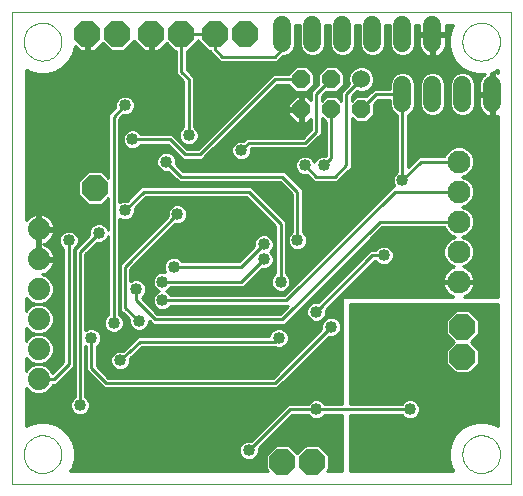
<source format=gbl>
G75*
G70*
%OFA0B0*%
%FSLAX24Y24*%
%IPPOS*%
%LPD*%
%AMOC8*
5,1,8,0,0,1.08239X$1,22.5*
%
%ADD10C,0.0000*%
%ADD11C,0.0760*%
%ADD12OC8,0.0850*%
%ADD13C,0.0740*%
%ADD14C,0.0600*%
%ADD15OC8,0.0600*%
%ADD16C,0.0600*%
%ADD17C,0.0100*%
%ADD18C,0.0400*%
D10*
X000126Y000126D02*
X000126Y015872D01*
X016746Y015872D01*
X016746Y000126D01*
X000126Y000126D01*
X000496Y001126D02*
X000498Y001176D01*
X000504Y001226D01*
X000514Y001275D01*
X000528Y001323D01*
X000545Y001370D01*
X000566Y001415D01*
X000591Y001459D01*
X000619Y001500D01*
X000651Y001539D01*
X000685Y001576D01*
X000722Y001610D01*
X000762Y001640D01*
X000804Y001667D01*
X000848Y001691D01*
X000894Y001712D01*
X000941Y001728D01*
X000989Y001741D01*
X001039Y001750D01*
X001088Y001755D01*
X001139Y001756D01*
X001189Y001753D01*
X001238Y001746D01*
X001287Y001735D01*
X001335Y001720D01*
X001381Y001702D01*
X001426Y001680D01*
X001469Y001654D01*
X001510Y001625D01*
X001549Y001593D01*
X001585Y001558D01*
X001617Y001520D01*
X001647Y001480D01*
X001674Y001437D01*
X001697Y001393D01*
X001716Y001347D01*
X001732Y001299D01*
X001744Y001250D01*
X001752Y001201D01*
X001756Y001151D01*
X001756Y001101D01*
X001752Y001051D01*
X001744Y001002D01*
X001732Y000953D01*
X001716Y000905D01*
X001697Y000859D01*
X001674Y000815D01*
X001647Y000772D01*
X001617Y000732D01*
X001585Y000694D01*
X001549Y000659D01*
X001510Y000627D01*
X001469Y000598D01*
X001426Y000572D01*
X001381Y000550D01*
X001335Y000532D01*
X001287Y000517D01*
X001238Y000506D01*
X001189Y000499D01*
X001139Y000496D01*
X001088Y000497D01*
X001039Y000502D01*
X000989Y000511D01*
X000941Y000524D01*
X000894Y000540D01*
X000848Y000561D01*
X000804Y000585D01*
X000762Y000612D01*
X000722Y000642D01*
X000685Y000676D01*
X000651Y000713D01*
X000619Y000752D01*
X000591Y000793D01*
X000566Y000837D01*
X000545Y000882D01*
X000528Y000929D01*
X000514Y000977D01*
X000504Y001026D01*
X000498Y001076D01*
X000496Y001126D01*
X000496Y014876D02*
X000498Y014926D01*
X000504Y014976D01*
X000514Y015025D01*
X000528Y015073D01*
X000545Y015120D01*
X000566Y015165D01*
X000591Y015209D01*
X000619Y015250D01*
X000651Y015289D01*
X000685Y015326D01*
X000722Y015360D01*
X000762Y015390D01*
X000804Y015417D01*
X000848Y015441D01*
X000894Y015462D01*
X000941Y015478D01*
X000989Y015491D01*
X001039Y015500D01*
X001088Y015505D01*
X001139Y015506D01*
X001189Y015503D01*
X001238Y015496D01*
X001287Y015485D01*
X001335Y015470D01*
X001381Y015452D01*
X001426Y015430D01*
X001469Y015404D01*
X001510Y015375D01*
X001549Y015343D01*
X001585Y015308D01*
X001617Y015270D01*
X001647Y015230D01*
X001674Y015187D01*
X001697Y015143D01*
X001716Y015097D01*
X001732Y015049D01*
X001744Y015000D01*
X001752Y014951D01*
X001756Y014901D01*
X001756Y014851D01*
X001752Y014801D01*
X001744Y014752D01*
X001732Y014703D01*
X001716Y014655D01*
X001697Y014609D01*
X001674Y014565D01*
X001647Y014522D01*
X001617Y014482D01*
X001585Y014444D01*
X001549Y014409D01*
X001510Y014377D01*
X001469Y014348D01*
X001426Y014322D01*
X001381Y014300D01*
X001335Y014282D01*
X001287Y014267D01*
X001238Y014256D01*
X001189Y014249D01*
X001139Y014246D01*
X001088Y014247D01*
X001039Y014252D01*
X000989Y014261D01*
X000941Y014274D01*
X000894Y014290D01*
X000848Y014311D01*
X000804Y014335D01*
X000762Y014362D01*
X000722Y014392D01*
X000685Y014426D01*
X000651Y014463D01*
X000619Y014502D01*
X000591Y014543D01*
X000566Y014587D01*
X000545Y014632D01*
X000528Y014679D01*
X000514Y014727D01*
X000504Y014776D01*
X000498Y014826D01*
X000496Y014876D01*
X015121Y014876D02*
X015123Y014926D01*
X015129Y014976D01*
X015139Y015025D01*
X015153Y015073D01*
X015170Y015120D01*
X015191Y015165D01*
X015216Y015209D01*
X015244Y015250D01*
X015276Y015289D01*
X015310Y015326D01*
X015347Y015360D01*
X015387Y015390D01*
X015429Y015417D01*
X015473Y015441D01*
X015519Y015462D01*
X015566Y015478D01*
X015614Y015491D01*
X015664Y015500D01*
X015713Y015505D01*
X015764Y015506D01*
X015814Y015503D01*
X015863Y015496D01*
X015912Y015485D01*
X015960Y015470D01*
X016006Y015452D01*
X016051Y015430D01*
X016094Y015404D01*
X016135Y015375D01*
X016174Y015343D01*
X016210Y015308D01*
X016242Y015270D01*
X016272Y015230D01*
X016299Y015187D01*
X016322Y015143D01*
X016341Y015097D01*
X016357Y015049D01*
X016369Y015000D01*
X016377Y014951D01*
X016381Y014901D01*
X016381Y014851D01*
X016377Y014801D01*
X016369Y014752D01*
X016357Y014703D01*
X016341Y014655D01*
X016322Y014609D01*
X016299Y014565D01*
X016272Y014522D01*
X016242Y014482D01*
X016210Y014444D01*
X016174Y014409D01*
X016135Y014377D01*
X016094Y014348D01*
X016051Y014322D01*
X016006Y014300D01*
X015960Y014282D01*
X015912Y014267D01*
X015863Y014256D01*
X015814Y014249D01*
X015764Y014246D01*
X015713Y014247D01*
X015664Y014252D01*
X015614Y014261D01*
X015566Y014274D01*
X015519Y014290D01*
X015473Y014311D01*
X015429Y014335D01*
X015387Y014362D01*
X015347Y014392D01*
X015310Y014426D01*
X015276Y014463D01*
X015244Y014502D01*
X015216Y014543D01*
X015191Y014587D01*
X015170Y014632D01*
X015153Y014679D01*
X015139Y014727D01*
X015129Y014776D01*
X015123Y014826D01*
X015121Y014876D01*
X015121Y001126D02*
X015123Y001176D01*
X015129Y001226D01*
X015139Y001275D01*
X015153Y001323D01*
X015170Y001370D01*
X015191Y001415D01*
X015216Y001459D01*
X015244Y001500D01*
X015276Y001539D01*
X015310Y001576D01*
X015347Y001610D01*
X015387Y001640D01*
X015429Y001667D01*
X015473Y001691D01*
X015519Y001712D01*
X015566Y001728D01*
X015614Y001741D01*
X015664Y001750D01*
X015713Y001755D01*
X015764Y001756D01*
X015814Y001753D01*
X015863Y001746D01*
X015912Y001735D01*
X015960Y001720D01*
X016006Y001702D01*
X016051Y001680D01*
X016094Y001654D01*
X016135Y001625D01*
X016174Y001593D01*
X016210Y001558D01*
X016242Y001520D01*
X016272Y001480D01*
X016299Y001437D01*
X016322Y001393D01*
X016341Y001347D01*
X016357Y001299D01*
X016369Y001250D01*
X016377Y001201D01*
X016381Y001151D01*
X016381Y001101D01*
X016377Y001051D01*
X016369Y001002D01*
X016357Y000953D01*
X016341Y000905D01*
X016322Y000859D01*
X016299Y000815D01*
X016272Y000772D01*
X016242Y000732D01*
X016210Y000694D01*
X016174Y000659D01*
X016135Y000627D01*
X016094Y000598D01*
X016051Y000572D01*
X016006Y000550D01*
X015960Y000532D01*
X015912Y000517D01*
X015863Y000506D01*
X015814Y000499D01*
X015764Y000496D01*
X015713Y000497D01*
X015664Y000502D01*
X015614Y000511D01*
X015566Y000524D01*
X015519Y000540D01*
X015473Y000561D01*
X015429Y000585D01*
X015387Y000612D01*
X015347Y000642D01*
X015310Y000676D01*
X015276Y000713D01*
X015244Y000752D01*
X015216Y000793D01*
X015191Y000837D01*
X015170Y000882D01*
X015153Y000929D01*
X015139Y000977D01*
X015129Y001026D01*
X015123Y001076D01*
X015121Y001126D01*
D11*
X015001Y006876D03*
X015001Y007876D03*
X015001Y008876D03*
X015001Y009876D03*
X015001Y010876D03*
D12*
X015126Y005376D03*
X015126Y004376D03*
X010126Y000876D03*
X009126Y000876D03*
X002876Y010001D03*
X002626Y015126D03*
X003626Y015126D03*
X004751Y015126D03*
X005751Y015126D03*
X006876Y015126D03*
X007876Y015126D03*
D13*
X001001Y008626D03*
X001001Y007626D03*
X001001Y006626D03*
X001001Y005626D03*
X001001Y004626D03*
X001001Y003626D03*
D14*
X011751Y013626D03*
D15*
X011751Y012626D03*
X010751Y012626D03*
X010751Y013626D03*
X009751Y013626D03*
X009751Y012626D03*
D16*
X010126Y014826D02*
X010126Y015426D01*
X011126Y015426D02*
X011126Y014826D01*
X012126Y014826D02*
X012126Y015426D01*
X013126Y015426D02*
X013126Y014826D01*
X014126Y014826D02*
X014126Y015426D01*
X014126Y013426D02*
X014126Y012826D01*
X015126Y012826D02*
X015126Y013426D01*
X016126Y013426D02*
X016126Y012826D01*
X013126Y012826D02*
X013126Y013426D01*
X009126Y014826D02*
X009126Y015426D01*
D17*
X009126Y015126D02*
X009126Y014626D01*
X008876Y014376D01*
X007126Y014376D01*
X006876Y014626D01*
X006876Y015126D01*
X005751Y015126D01*
X005751Y013876D01*
X006001Y013626D01*
X006001Y011751D01*
X006331Y011749D02*
X006744Y011749D01*
X006843Y011847D02*
X006318Y011847D01*
X006331Y011816D02*
X006280Y011938D01*
X006188Y012030D01*
X006181Y012033D01*
X006181Y013700D01*
X006075Y013806D01*
X005931Y013950D01*
X005931Y014571D01*
X005980Y014571D01*
X006306Y014896D01*
X006306Y014946D01*
X006321Y014946D01*
X006321Y014896D01*
X006646Y014571D01*
X006696Y014571D01*
X006696Y014551D01*
X006801Y014446D01*
X007051Y014196D01*
X008950Y014196D01*
X009056Y014301D01*
X009150Y014396D01*
X009211Y014396D01*
X009369Y014461D01*
X009490Y014582D01*
X009556Y014740D01*
X009556Y015422D01*
X009696Y015422D01*
X009696Y014740D01*
X009761Y014582D01*
X009882Y014461D01*
X010040Y014396D01*
X010211Y014396D01*
X010369Y014461D01*
X010490Y014582D01*
X010556Y014740D01*
X010556Y015422D01*
X010696Y015422D01*
X010696Y014740D01*
X010761Y014582D01*
X010882Y014461D01*
X011040Y014396D01*
X011211Y014396D01*
X011369Y014461D01*
X011490Y014582D01*
X011556Y014740D01*
X011556Y015422D01*
X011696Y015422D01*
X011696Y014740D01*
X011761Y014582D01*
X011882Y014461D01*
X012040Y014396D01*
X012211Y014396D01*
X012369Y014461D01*
X012490Y014582D01*
X012556Y014740D01*
X012556Y015422D01*
X012696Y015422D01*
X012696Y014740D01*
X012761Y014582D01*
X012882Y014461D01*
X013040Y014396D01*
X013211Y014396D01*
X013369Y014461D01*
X013490Y014582D01*
X013556Y014740D01*
X013556Y015422D01*
X013676Y015422D01*
X013676Y015176D01*
X014076Y015176D01*
X014076Y015076D01*
X014176Y015076D01*
X014176Y015176D01*
X014576Y015176D01*
X014576Y015422D01*
X014819Y015422D01*
X014744Y015292D01*
X014671Y015018D01*
X014671Y014733D01*
X014744Y014459D01*
X014886Y014213D01*
X015088Y014011D01*
X015334Y013869D01*
X015608Y013796D01*
X015869Y013796D01*
X015832Y013769D01*
X015782Y013719D01*
X015741Y013661D01*
X015709Y013598D01*
X015687Y013531D01*
X015676Y013461D01*
X015676Y013176D01*
X016076Y013176D01*
X016076Y013845D01*
X016167Y013869D01*
X016296Y013943D01*
X016296Y013843D01*
X016231Y013865D01*
X016176Y013873D01*
X016176Y013176D01*
X016076Y013176D01*
X016076Y013076D01*
X016176Y013076D01*
X016176Y012378D01*
X016231Y012387D01*
X016296Y012408D01*
X016296Y006376D01*
X015177Y006376D01*
X015204Y006384D01*
X015278Y006422D01*
X015346Y006471D01*
X015405Y006530D01*
X015454Y006598D01*
X015492Y006672D01*
X015518Y006751D01*
X015531Y006834D01*
X015531Y006847D01*
X015029Y006847D01*
X015029Y006904D01*
X015531Y006904D01*
X015531Y006917D01*
X015518Y007000D01*
X015492Y007079D01*
X015454Y007153D01*
X015405Y007221D01*
X015346Y007280D01*
X015278Y007329D01*
X015204Y007367D01*
X015148Y007385D01*
X015289Y007443D01*
X015433Y007587D01*
X015511Y007774D01*
X015511Y007977D01*
X015433Y008164D01*
X015289Y008308D01*
X015126Y008376D01*
X015289Y008443D01*
X015433Y008587D01*
X015511Y008774D01*
X015511Y008977D01*
X015433Y009164D01*
X015289Y009308D01*
X015126Y009376D01*
X015289Y009443D01*
X015433Y009587D01*
X015511Y009774D01*
X015511Y009977D01*
X015433Y010164D01*
X015289Y010308D01*
X015126Y010376D01*
X015289Y010443D01*
X015433Y010587D01*
X015511Y010774D01*
X015511Y010977D01*
X015433Y011164D01*
X015289Y011308D01*
X015102Y011386D01*
X014899Y011386D01*
X014712Y011308D01*
X014568Y011164D01*
X014523Y011056D01*
X013676Y011056D01*
X013306Y010685D01*
X013306Y012435D01*
X013369Y012461D01*
X013490Y012582D01*
X013556Y012740D01*
X013556Y013511D01*
X013490Y013669D01*
X013369Y013790D01*
X013211Y013856D01*
X013040Y013856D01*
X012882Y013790D01*
X012761Y013669D01*
X012696Y013511D01*
X012696Y013306D01*
X012176Y013306D01*
X012071Y013200D01*
X011926Y013056D01*
X011572Y013056D01*
X011431Y012914D01*
X011431Y013051D01*
X011601Y013222D01*
X011665Y013196D01*
X011836Y013196D01*
X011994Y013261D01*
X012115Y013382D01*
X012181Y013540D01*
X012181Y013711D01*
X012115Y013869D01*
X011994Y013990D01*
X011836Y014056D01*
X011665Y014056D01*
X011507Y013990D01*
X011386Y013869D01*
X011321Y013711D01*
X011321Y013540D01*
X011347Y013476D01*
X011071Y013200D01*
X011071Y012914D01*
X010929Y013056D01*
X010572Y013056D01*
X010431Y012914D01*
X010431Y013051D01*
X010575Y013196D01*
X010929Y013196D01*
X011181Y013447D01*
X011181Y013804D01*
X010929Y014056D01*
X010572Y014056D01*
X010321Y013804D01*
X010321Y013450D01*
X010071Y013200D01*
X010071Y012942D01*
X009937Y013076D01*
X009801Y013076D01*
X009801Y012676D01*
X009701Y012676D01*
X009701Y013076D01*
X009564Y013076D01*
X009301Y012812D01*
X009301Y012676D01*
X009701Y012676D01*
X009701Y012576D01*
X009801Y012576D01*
X009801Y012176D01*
X009937Y012176D01*
X010071Y012309D01*
X010071Y011950D01*
X009801Y011681D01*
X007926Y011681D01*
X007823Y011578D01*
X007816Y011581D01*
X007685Y011581D01*
X007564Y011530D01*
X007471Y011438D01*
X007421Y011316D01*
X007421Y011185D01*
X007471Y011064D01*
X007564Y010971D01*
X007685Y010921D01*
X007816Y010921D01*
X007938Y010971D01*
X008030Y011064D01*
X008081Y011185D01*
X008081Y011316D01*
X008079Y011321D01*
X009950Y011321D01*
X010325Y011696D01*
X010431Y011801D01*
X010431Y012337D01*
X010571Y012197D01*
X010571Y011079D01*
X010566Y011081D01*
X010435Y011081D01*
X010314Y011030D01*
X010221Y010938D01*
X010188Y010858D01*
X010155Y010938D01*
X010063Y011030D01*
X009941Y011081D01*
X009810Y011081D01*
X009689Y011030D01*
X009596Y010938D01*
X009546Y010816D01*
X009546Y010685D01*
X009596Y010564D01*
X009689Y010471D01*
X009810Y010421D01*
X009941Y010421D01*
X009948Y010423D01*
X010071Y010301D01*
X010176Y010196D01*
X010950Y010196D01*
X011325Y010571D01*
X011431Y010676D01*
X011431Y012337D01*
X011572Y012196D01*
X011929Y012196D01*
X012181Y012447D01*
X012181Y012801D01*
X012325Y012946D01*
X012696Y012946D01*
X012696Y012740D01*
X012761Y012582D01*
X012882Y012461D01*
X012946Y012435D01*
X012946Y010533D01*
X012939Y010530D01*
X012846Y010438D01*
X012796Y010316D01*
X012796Y010185D01*
X012846Y010064D01*
X012854Y010056D01*
X012801Y010056D01*
X012696Y009950D01*
X009176Y006431D01*
X005408Y006431D01*
X005405Y006438D01*
X005313Y006530D01*
X005233Y006563D01*
X005313Y006596D01*
X005405Y006689D01*
X005408Y006696D01*
X007825Y006696D01*
X007931Y006801D01*
X008428Y007298D01*
X008435Y007296D01*
X008566Y007296D01*
X008688Y007346D01*
X008780Y007439D01*
X008831Y007560D01*
X008831Y007691D01*
X008780Y007813D01*
X008717Y007876D01*
X008780Y007939D01*
X008831Y008060D01*
X008831Y008191D01*
X008780Y008313D01*
X008688Y008405D01*
X008566Y008456D01*
X008435Y008456D01*
X008314Y008405D01*
X008221Y008313D01*
X008171Y008191D01*
X008171Y008060D01*
X008173Y008053D01*
X007676Y007556D01*
X005783Y007556D01*
X005780Y007563D01*
X005688Y007655D01*
X005566Y007706D01*
X005435Y007706D01*
X005314Y007655D01*
X005221Y007563D01*
X005171Y007441D01*
X005171Y007310D01*
X005218Y007194D01*
X005191Y007206D01*
X005060Y007206D01*
X004939Y007155D01*
X004846Y007063D01*
X004796Y006941D01*
X004796Y006810D01*
X004846Y006689D01*
X004939Y006596D01*
X005018Y006563D01*
X004939Y006530D01*
X004846Y006438D01*
X004796Y006316D01*
X004796Y006185D01*
X004846Y006064D01*
X004939Y005971D01*
X005060Y005921D01*
X005191Y005921D01*
X005313Y005971D01*
X005405Y006064D01*
X005408Y006071D01*
X009316Y006071D01*
X009051Y005806D01*
X004950Y005806D01*
X004431Y006325D01*
X004431Y006343D01*
X004438Y006346D01*
X004530Y006439D01*
X004581Y006560D01*
X004581Y006691D01*
X004530Y006813D01*
X004438Y006905D01*
X004316Y006956D01*
X004185Y006956D01*
X004064Y006905D01*
X004056Y006897D01*
X004056Y007301D01*
X005553Y008798D01*
X005560Y008796D01*
X005691Y008796D01*
X005813Y008846D01*
X005905Y008939D01*
X005956Y009060D01*
X005956Y009191D01*
X005905Y009313D01*
X005813Y009405D01*
X005691Y009456D01*
X005560Y009456D01*
X005439Y009405D01*
X005346Y009313D01*
X005296Y009191D01*
X005296Y009060D01*
X005298Y009053D01*
X003801Y007556D01*
X003696Y007450D01*
X003696Y006072D01*
X003693Y006069D01*
X003696Y005997D01*
X003696Y005926D01*
X003698Y005923D01*
X003698Y005920D01*
X003751Y005871D01*
X003801Y005821D01*
X003805Y005821D01*
X004014Y005625D01*
X004014Y005497D01*
X004065Y005376D01*
X004157Y005283D01*
X004279Y005233D01*
X004410Y005233D01*
X004531Y005283D01*
X004624Y005376D01*
X004674Y005497D01*
X004674Y005572D01*
X004696Y005551D01*
X004801Y005446D01*
X009200Y005446D01*
X012450Y008696D01*
X014523Y008696D01*
X014568Y008587D01*
X014712Y008443D01*
X014875Y008376D01*
X014712Y008308D01*
X014568Y008164D01*
X014491Y007977D01*
X014491Y007774D01*
X014568Y007587D01*
X014712Y007443D01*
X014853Y007385D01*
X014797Y007367D01*
X014723Y007329D01*
X014655Y007280D01*
X014596Y007221D01*
X014547Y007153D01*
X014509Y007079D01*
X014484Y007000D01*
X014471Y006917D01*
X014471Y006904D01*
X014972Y006904D01*
X014972Y006847D01*
X014471Y006847D01*
X014471Y006834D01*
X014484Y006751D01*
X014509Y006672D01*
X014547Y006598D01*
X014596Y006530D01*
X014655Y006471D01*
X014723Y006422D01*
X014797Y006384D01*
X014824Y006376D01*
X011126Y006376D01*
X011126Y002806D01*
X010533Y002806D01*
X010530Y002813D01*
X010438Y002905D01*
X010316Y002956D01*
X010185Y002956D01*
X010064Y002905D01*
X009971Y002813D01*
X009968Y002806D01*
X009301Y002806D01*
X008073Y001578D01*
X008066Y001581D01*
X007935Y001581D01*
X007814Y001530D01*
X007721Y001438D01*
X007671Y001316D01*
X007671Y001185D01*
X007721Y001064D01*
X007814Y000971D01*
X007935Y000921D01*
X008066Y000921D01*
X008188Y000971D01*
X008280Y001064D01*
X008331Y001185D01*
X008331Y001316D01*
X008328Y001323D01*
X009450Y002446D01*
X009968Y002446D01*
X009971Y002439D01*
X010064Y002346D01*
X010185Y002296D01*
X010316Y002296D01*
X010438Y002346D01*
X010530Y002439D01*
X010533Y002446D01*
X011126Y002446D01*
X011126Y000576D01*
X010610Y000576D01*
X010681Y000646D01*
X010681Y001105D01*
X010355Y001431D01*
X009896Y001431D01*
X009626Y001160D01*
X009355Y001431D01*
X008896Y001431D01*
X008571Y001105D01*
X008571Y000646D01*
X008641Y000576D01*
X002055Y000576D01*
X002132Y000709D01*
X002206Y000983D01*
X002206Y001268D01*
X002132Y001542D01*
X001990Y001789D01*
X001789Y001990D01*
X001542Y002132D01*
X001268Y002206D01*
X000983Y002206D01*
X000709Y002132D01*
X000576Y002055D01*
X000576Y003345D01*
X000577Y003342D01*
X000717Y003202D01*
X000901Y003126D01*
X001100Y003126D01*
X001284Y003202D01*
X001424Y003342D01*
X001467Y003446D01*
X001575Y003446D01*
X002075Y003946D01*
X002181Y004051D01*
X002181Y007968D01*
X002188Y007971D01*
X002280Y008064D01*
X002331Y008185D01*
X002331Y008316D01*
X002280Y008438D01*
X002188Y008530D01*
X002066Y008581D01*
X001935Y008581D01*
X001814Y008530D01*
X001721Y008438D01*
X001671Y008316D01*
X001671Y008185D01*
X001721Y008064D01*
X001814Y007971D01*
X001821Y007968D01*
X001821Y004200D01*
X001455Y003835D01*
X001424Y003909D01*
X001284Y004049D01*
X001100Y004126D01*
X001284Y004202D01*
X001424Y004342D01*
X001501Y004526D01*
X001501Y004725D01*
X001424Y004909D01*
X001284Y005049D01*
X001100Y005126D01*
X001284Y005202D01*
X001424Y005342D01*
X001501Y005526D01*
X001501Y005725D01*
X001424Y005909D01*
X001284Y006049D01*
X001100Y006126D01*
X001284Y006202D01*
X001424Y006342D01*
X001501Y006526D01*
X001501Y006725D01*
X001424Y006909D01*
X001284Y007049D01*
X001119Y007118D01*
X001122Y007118D01*
X001200Y007144D01*
X001273Y007181D01*
X001339Y007229D01*
X001397Y007287D01*
X001445Y007353D01*
X001482Y007426D01*
X001508Y007504D01*
X001519Y007576D01*
X001051Y007576D01*
X001051Y007676D01*
X001519Y007676D01*
X001508Y007747D01*
X001482Y007825D01*
X001445Y007898D01*
X001397Y007964D01*
X001339Y008022D01*
X001273Y008070D01*
X001200Y008107D01*
X001145Y008126D01*
X001200Y008144D01*
X001273Y008181D01*
X001339Y008229D01*
X001397Y008287D01*
X001445Y008353D01*
X001482Y008426D01*
X001508Y008504D01*
X001519Y008576D01*
X001051Y008576D01*
X001051Y008676D01*
X000951Y008676D01*
X000951Y009144D01*
X000879Y009133D01*
X000801Y009107D01*
X000728Y009070D01*
X000662Y009022D01*
X000604Y008964D01*
X000576Y008925D01*
X000576Y013946D01*
X000709Y013869D01*
X000983Y013796D01*
X001268Y013796D01*
X001542Y013869D01*
X001789Y014011D01*
X001990Y014213D01*
X002132Y014459D01*
X002205Y014733D01*
X002387Y014551D01*
X002576Y014551D01*
X002576Y015076D01*
X002676Y015076D01*
X002676Y014551D01*
X002864Y014551D01*
X003140Y014827D01*
X003396Y014571D01*
X003855Y014571D01*
X004176Y014891D01*
X004176Y014887D01*
X004512Y014551D01*
X004701Y014551D01*
X004701Y015076D01*
X004801Y015076D01*
X004801Y014551D01*
X004989Y014551D01*
X005265Y014827D01*
X005521Y014571D01*
X005571Y014571D01*
X005571Y013801D01*
X005821Y013551D01*
X005821Y012033D01*
X005814Y012030D01*
X005721Y011938D01*
X005671Y011816D01*
X005671Y011685D01*
X005721Y011564D01*
X005814Y011471D01*
X005935Y011421D01*
X006066Y011421D01*
X006188Y011471D01*
X006280Y011564D01*
X006331Y011685D01*
X006331Y011816D01*
X006272Y011946D02*
X006941Y011946D01*
X007040Y012044D02*
X006181Y012044D01*
X006181Y012143D02*
X007138Y012143D01*
X007237Y012241D02*
X006181Y012241D01*
X006181Y012340D02*
X007335Y012340D01*
X007434Y012438D02*
X006181Y012438D01*
X006181Y012537D02*
X007532Y012537D01*
X007631Y012635D02*
X006181Y012635D01*
X006181Y012734D02*
X007729Y012734D01*
X007828Y012832D02*
X006181Y012832D01*
X006181Y012931D02*
X007926Y012931D01*
X008025Y013029D02*
X006181Y013029D01*
X006181Y013128D02*
X008123Y013128D01*
X008222Y013226D02*
X006181Y013226D01*
X006181Y013325D02*
X008320Y013325D01*
X008419Y013423D02*
X006181Y013423D01*
X006181Y013522D02*
X008517Y013522D01*
X008616Y013620D02*
X006181Y013620D01*
X006162Y013719D02*
X008714Y013719D01*
X008696Y013700D02*
X006301Y011306D01*
X005950Y011306D01*
X005556Y011700D01*
X005450Y011806D01*
X004408Y011806D01*
X004405Y011813D01*
X004313Y011905D01*
X004191Y011956D01*
X004060Y011956D01*
X003939Y011905D01*
X003846Y011813D01*
X003796Y011691D01*
X003796Y011560D01*
X003846Y011439D01*
X003939Y011346D01*
X004060Y011296D01*
X004191Y011296D01*
X004313Y011346D01*
X004405Y011439D01*
X004408Y011446D01*
X005301Y011446D01*
X005801Y010946D01*
X006450Y010946D01*
X006556Y011051D01*
X008950Y013446D01*
X009322Y013446D01*
X009572Y013196D01*
X009929Y013196D01*
X010181Y013447D01*
X010181Y013804D01*
X009929Y014056D01*
X009572Y014056D01*
X009322Y013806D01*
X008801Y013806D01*
X008696Y013700D01*
X008876Y013626D02*
X009751Y013626D01*
X010181Y013620D02*
X010321Y013620D01*
X010321Y013522D02*
X010181Y013522D01*
X010156Y013423D02*
X010294Y013423D01*
X010195Y013325D02*
X010058Y013325D01*
X010097Y013226D02*
X009959Y013226D01*
X010071Y013128D02*
X008632Y013128D01*
X008731Y013226D02*
X009542Y013226D01*
X009443Y013325D02*
X008829Y013325D01*
X008928Y013423D02*
X009345Y013423D01*
X009334Y013817D02*
X006064Y013817D01*
X005965Y013916D02*
X009433Y013916D01*
X009531Y014014D02*
X005931Y014014D01*
X005931Y014113D02*
X014986Y014113D01*
X014888Y014211D02*
X008966Y014211D01*
X009064Y014310D02*
X014830Y014310D01*
X014773Y014408D02*
X014297Y014408D01*
X014298Y014409D02*
X014361Y014441D01*
X014419Y014482D01*
X014469Y014532D01*
X014510Y014590D01*
X014543Y014653D01*
X014565Y014720D01*
X014576Y014790D01*
X014576Y015076D01*
X014176Y015076D01*
X014176Y014378D01*
X014231Y014387D01*
X014298Y014409D01*
X014176Y014408D02*
X014076Y014408D01*
X014076Y014378D02*
X014076Y015076D01*
X013676Y015076D01*
X013676Y014790D01*
X013687Y014720D01*
X013709Y014653D01*
X013741Y014590D01*
X013782Y014532D01*
X013832Y014482D01*
X013890Y014441D01*
X013953Y014409D01*
X014020Y014387D01*
X014076Y014378D01*
X013954Y014408D02*
X013241Y014408D01*
X013415Y014507D02*
X013808Y014507D01*
X013733Y014605D02*
X013500Y014605D01*
X013540Y014704D02*
X013692Y014704D01*
X013676Y014802D02*
X013556Y014802D01*
X013556Y014901D02*
X013676Y014901D01*
X013676Y014999D02*
X013556Y014999D01*
X013556Y015098D02*
X014076Y015098D01*
X014076Y014999D02*
X014176Y014999D01*
X014176Y014901D02*
X014076Y014901D01*
X014076Y014802D02*
X014176Y014802D01*
X014176Y014704D02*
X014076Y014704D01*
X014076Y014605D02*
X014176Y014605D01*
X014176Y014507D02*
X014076Y014507D01*
X014443Y014507D02*
X014731Y014507D01*
X014705Y014605D02*
X014518Y014605D01*
X014559Y014704D02*
X014679Y014704D01*
X014671Y014802D02*
X014576Y014802D01*
X014576Y014901D02*
X014671Y014901D01*
X014671Y014999D02*
X014576Y014999D01*
X014692Y015098D02*
X014176Y015098D01*
X014576Y015196D02*
X014718Y015196D01*
X014746Y015295D02*
X014576Y015295D01*
X014576Y015393D02*
X014802Y015393D01*
X013676Y015393D02*
X013556Y015393D01*
X013556Y015295D02*
X013676Y015295D01*
X013676Y015196D02*
X013556Y015196D01*
X013010Y014408D02*
X012241Y014408D01*
X012415Y014507D02*
X012836Y014507D01*
X012751Y014605D02*
X012500Y014605D01*
X012540Y014704D02*
X012711Y014704D01*
X012696Y014802D02*
X012556Y014802D01*
X012556Y014901D02*
X012696Y014901D01*
X012696Y014999D02*
X012556Y014999D01*
X012556Y015098D02*
X012696Y015098D01*
X012696Y015196D02*
X012556Y015196D01*
X012556Y015295D02*
X012696Y015295D01*
X012696Y015393D02*
X012556Y015393D01*
X011711Y014704D02*
X011540Y014704D01*
X011556Y014802D02*
X011696Y014802D01*
X011696Y014901D02*
X011556Y014901D01*
X011556Y014999D02*
X011696Y014999D01*
X011696Y015098D02*
X011556Y015098D01*
X011556Y015196D02*
X011696Y015196D01*
X011696Y015295D02*
X011556Y015295D01*
X011556Y015393D02*
X011696Y015393D01*
X011751Y014605D02*
X011500Y014605D01*
X011415Y014507D02*
X011836Y014507D01*
X012010Y014408D02*
X011241Y014408D01*
X011010Y014408D02*
X010241Y014408D01*
X010415Y014507D02*
X010836Y014507D01*
X010751Y014605D02*
X010500Y014605D01*
X010540Y014704D02*
X010711Y014704D01*
X010696Y014802D02*
X010556Y014802D01*
X010556Y014901D02*
X010696Y014901D01*
X010696Y014999D02*
X010556Y014999D01*
X010556Y015098D02*
X010696Y015098D01*
X010696Y015196D02*
X010556Y015196D01*
X010556Y015295D02*
X010696Y015295D01*
X010696Y015393D02*
X010556Y015393D01*
X009696Y015393D02*
X009556Y015393D01*
X009556Y015295D02*
X009696Y015295D01*
X009696Y015196D02*
X009556Y015196D01*
X009556Y015098D02*
X009696Y015098D01*
X009696Y014999D02*
X009556Y014999D01*
X009556Y014901D02*
X009696Y014901D01*
X009696Y014802D02*
X009556Y014802D01*
X009540Y014704D02*
X009711Y014704D01*
X009751Y014605D02*
X009500Y014605D01*
X009415Y014507D02*
X009836Y014507D01*
X010010Y014408D02*
X009241Y014408D01*
X009970Y014014D02*
X010531Y014014D01*
X010433Y013916D02*
X010069Y013916D01*
X010167Y013817D02*
X010334Y013817D01*
X010321Y013719D02*
X010181Y013719D01*
X010751Y013626D02*
X010251Y013126D01*
X010251Y011876D01*
X009876Y011501D01*
X008001Y011501D01*
X007751Y011251D01*
X007615Y011552D02*
X007056Y011552D01*
X007155Y011650D02*
X007896Y011650D01*
X008081Y011256D02*
X010571Y011256D01*
X010571Y011158D02*
X008069Y011158D01*
X008026Y011059D02*
X009758Y011059D01*
X009619Y010961D02*
X007913Y010961D01*
X007588Y010961D02*
X006465Y010961D01*
X006564Y011059D02*
X007475Y011059D01*
X007432Y011158D02*
X006662Y011158D01*
X006761Y011256D02*
X007421Y011256D01*
X007436Y011355D02*
X006859Y011355D01*
X006958Y011453D02*
X007486Y011453D01*
X007253Y011749D02*
X009869Y011749D01*
X009968Y011847D02*
X007352Y011847D01*
X007450Y011946D02*
X010066Y011946D01*
X010071Y012044D02*
X007549Y012044D01*
X007647Y012143D02*
X010071Y012143D01*
X010071Y012241D02*
X010003Y012241D01*
X009801Y012241D02*
X009701Y012241D01*
X009701Y012176D02*
X009564Y012176D01*
X009301Y012439D01*
X009301Y012576D01*
X009701Y012576D01*
X009701Y012176D01*
X009701Y012340D02*
X009801Y012340D01*
X009801Y012438D02*
X009701Y012438D01*
X009701Y012537D02*
X009801Y012537D01*
X009701Y012635D02*
X008140Y012635D01*
X008238Y012734D02*
X009301Y012734D01*
X009321Y012832D02*
X008337Y012832D01*
X008435Y012931D02*
X009419Y012931D01*
X009518Y013029D02*
X008534Y013029D01*
X008876Y013626D02*
X006376Y011126D01*
X005876Y011126D01*
X005376Y011626D01*
X004126Y011626D01*
X004321Y011355D02*
X005392Y011355D01*
X005491Y011256D02*
X003681Y011256D01*
X003681Y011158D02*
X005069Y011158D01*
X005064Y011155D02*
X004971Y011063D01*
X004921Y010941D01*
X004921Y010810D01*
X004971Y010689D01*
X005064Y010596D01*
X005185Y010546D01*
X005316Y010546D01*
X005323Y010548D01*
X005571Y010301D01*
X005676Y010196D01*
X009051Y010196D01*
X009446Y009801D01*
X009446Y008533D01*
X009439Y008530D01*
X009346Y008438D01*
X009296Y008316D01*
X009296Y008185D01*
X009346Y008064D01*
X009439Y007971D01*
X009560Y007921D01*
X009691Y007921D01*
X009813Y007971D01*
X009905Y008064D01*
X009956Y008185D01*
X009956Y008316D01*
X009905Y008438D01*
X009813Y008530D01*
X009806Y008533D01*
X009806Y009801D01*
X009806Y009950D01*
X009306Y010450D01*
X009200Y010556D01*
X005825Y010556D01*
X005578Y010803D01*
X005581Y010810D01*
X005581Y010941D01*
X005530Y011063D01*
X005438Y011155D01*
X005316Y011206D01*
X005185Y011206D01*
X005064Y011155D01*
X004969Y011059D02*
X003681Y011059D01*
X003681Y010961D02*
X004929Y010961D01*
X004921Y010862D02*
X003681Y010862D01*
X003681Y010764D02*
X004940Y010764D01*
X004994Y010665D02*
X003681Y010665D01*
X003681Y010567D02*
X005134Y010567D01*
X005404Y010468D02*
X003681Y010468D01*
X003681Y010370D02*
X005502Y010370D01*
X005571Y010301D02*
X005571Y010301D01*
X005601Y010271D02*
X003681Y010271D01*
X003681Y010173D02*
X009074Y010173D01*
X009173Y010074D02*
X003681Y010074D01*
X003681Y009976D02*
X004346Y009976D01*
X004321Y009950D02*
X003948Y009578D01*
X003941Y009581D01*
X003810Y009581D01*
X003689Y009530D01*
X003681Y009522D01*
X003681Y012301D01*
X003803Y012423D01*
X003810Y012421D01*
X003941Y012421D01*
X004063Y012471D01*
X004155Y012564D01*
X004206Y012685D01*
X004206Y012816D01*
X004155Y012938D01*
X004063Y013030D01*
X003941Y013081D01*
X003810Y013081D01*
X003689Y013030D01*
X003596Y012938D01*
X003546Y012816D01*
X003546Y012685D01*
X003548Y012678D01*
X003426Y012556D01*
X003321Y012450D01*
X003321Y010340D01*
X003105Y010556D01*
X002646Y010556D01*
X002321Y010230D01*
X002321Y009771D01*
X002646Y009446D01*
X003105Y009446D01*
X003321Y009661D01*
X003321Y008590D01*
X003280Y008688D01*
X003188Y008780D01*
X003066Y008831D01*
X002935Y008831D01*
X002814Y008780D01*
X002721Y008688D01*
X002671Y008566D01*
X002671Y008435D01*
X002673Y008428D01*
X002301Y008056D01*
X002196Y007950D01*
X002196Y003033D01*
X002189Y003030D01*
X002096Y002938D01*
X002046Y002816D01*
X002046Y002685D01*
X002096Y002564D01*
X002189Y002471D01*
X002310Y002421D01*
X002441Y002421D01*
X002563Y002471D01*
X002655Y002564D01*
X002706Y002685D01*
X002706Y002816D01*
X002655Y002938D01*
X002563Y003030D01*
X002556Y003033D01*
X002556Y004729D01*
X002564Y004721D01*
X002571Y004718D01*
X002571Y003926D01*
X003071Y003426D01*
X003176Y003321D01*
X008950Y003321D01*
X010678Y005048D01*
X010685Y005046D01*
X010816Y005046D01*
X010938Y005096D01*
X011030Y005189D01*
X011081Y005310D01*
X011081Y005441D01*
X011030Y005563D01*
X010938Y005655D01*
X010816Y005706D01*
X010685Y005706D01*
X010564Y005655D01*
X010471Y005563D01*
X010421Y005441D01*
X010421Y005310D01*
X010423Y005303D01*
X008801Y003681D01*
X003325Y003681D01*
X002931Y004075D01*
X002931Y004718D01*
X002938Y004721D01*
X003030Y004814D01*
X003081Y004935D01*
X003081Y005066D01*
X003030Y005188D01*
X002938Y005280D01*
X002816Y005331D01*
X002685Y005331D01*
X002564Y005280D01*
X002556Y005272D01*
X002556Y007801D01*
X002928Y008173D01*
X002935Y008171D01*
X003066Y008171D01*
X003188Y008221D01*
X003280Y008314D01*
X003321Y008411D01*
X003321Y005783D01*
X003314Y005780D01*
X003221Y005688D01*
X003171Y005566D01*
X003171Y005435D01*
X003221Y005314D01*
X003314Y005221D01*
X003435Y005171D01*
X003566Y005171D01*
X003688Y005221D01*
X003780Y005314D01*
X003831Y005435D01*
X003831Y005566D01*
X003780Y005688D01*
X003688Y005780D01*
X003681Y005783D01*
X003681Y008979D01*
X003689Y008971D01*
X003810Y008921D01*
X003941Y008921D01*
X004063Y008971D01*
X004155Y009064D01*
X004206Y009185D01*
X004206Y009316D01*
X004203Y009323D01*
X004575Y009696D01*
X007926Y009696D01*
X008883Y008739D01*
X008883Y007158D01*
X008876Y007155D01*
X008783Y007063D01*
X008733Y006941D01*
X008733Y006810D01*
X008783Y006689D01*
X008876Y006596D01*
X008997Y006546D01*
X009129Y006546D01*
X009250Y006596D01*
X009343Y006689D01*
X009393Y006810D01*
X009393Y006941D01*
X009343Y007063D01*
X009250Y007155D01*
X009243Y007158D01*
X009243Y008888D01*
X009138Y008993D01*
X008075Y010056D01*
X004426Y010056D01*
X004321Y009950D01*
X004248Y009877D02*
X003681Y009877D01*
X003681Y009779D02*
X004149Y009779D01*
X004051Y009680D02*
X003681Y009680D01*
X003681Y009582D02*
X003952Y009582D01*
X004264Y009385D02*
X005418Y009385D01*
X005335Y009286D02*
X004206Y009286D01*
X004206Y009188D02*
X005296Y009188D01*
X005296Y009089D02*
X004166Y009089D01*
X004082Y008991D02*
X005236Y008991D01*
X005138Y008892D02*
X003681Y008892D01*
X003681Y008794D02*
X005039Y008794D01*
X004941Y008695D02*
X003681Y008695D01*
X003681Y008597D02*
X004842Y008597D01*
X004744Y008498D02*
X003681Y008498D01*
X003681Y008400D02*
X004645Y008400D01*
X004547Y008301D02*
X003681Y008301D01*
X003681Y008203D02*
X004448Y008203D01*
X004350Y008104D02*
X003681Y008104D01*
X003681Y008006D02*
X004251Y008006D01*
X004153Y007907D02*
X003681Y007907D01*
X003681Y007809D02*
X004054Y007809D01*
X003956Y007710D02*
X003681Y007710D01*
X003681Y007612D02*
X003857Y007612D01*
X003759Y007513D02*
X003681Y007513D01*
X003681Y007415D02*
X003696Y007415D01*
X003696Y007316D02*
X003681Y007316D01*
X003681Y007218D02*
X003696Y007218D01*
X003696Y007119D02*
X003681Y007119D01*
X003681Y007021D02*
X003696Y007021D01*
X003696Y006922D02*
X003681Y006922D01*
X003681Y006824D02*
X003696Y006824D01*
X003696Y006725D02*
X003681Y006725D01*
X003681Y006627D02*
X003696Y006627D01*
X003696Y006528D02*
X003681Y006528D01*
X003681Y006430D02*
X003696Y006430D01*
X003696Y006331D02*
X003681Y006331D01*
X003681Y006233D02*
X003696Y006233D01*
X003696Y006134D02*
X003681Y006134D01*
X003681Y006036D02*
X003694Y006036D01*
X003681Y005937D02*
X003696Y005937D01*
X003681Y005839D02*
X003783Y005839D01*
X003728Y005740D02*
X003891Y005740D01*
X003799Y005642D02*
X003996Y005642D01*
X004014Y005543D02*
X003831Y005543D01*
X003831Y005445D02*
X004036Y005445D01*
X004095Y005346D02*
X003794Y005346D01*
X003714Y005248D02*
X004244Y005248D01*
X004305Y005057D02*
X004304Y005056D01*
X004301Y005056D01*
X004250Y005004D01*
X003799Y004575D01*
X003785Y004581D01*
X003654Y004581D01*
X003532Y004530D01*
X003440Y004438D01*
X003389Y004316D01*
X003389Y004185D01*
X003440Y004064D01*
X003532Y003971D01*
X003654Y003921D01*
X003785Y003921D01*
X003906Y003971D01*
X003999Y004064D01*
X004049Y004185D01*
X004049Y004316D01*
X004049Y004316D01*
X004448Y004696D01*
X008875Y004696D01*
X008935Y004671D01*
X009066Y004671D01*
X009188Y004721D01*
X009280Y004814D01*
X009331Y004935D01*
X009331Y005066D01*
X009280Y005188D01*
X009188Y005280D01*
X009066Y005331D01*
X008935Y005331D01*
X008814Y005280D01*
X008721Y005188D01*
X008671Y005066D01*
X008671Y005056D01*
X004378Y005056D01*
X004305Y005057D01*
X004296Y005051D02*
X003081Y005051D01*
X003081Y004952D02*
X004195Y004952D01*
X004092Y004854D02*
X003047Y004854D01*
X002972Y004755D02*
X003988Y004755D01*
X003885Y004657D02*
X002931Y004657D01*
X002931Y004558D02*
X003599Y004558D01*
X003462Y004460D02*
X002931Y004460D01*
X002931Y004361D02*
X003408Y004361D01*
X003389Y004263D02*
X002931Y004263D01*
X002931Y004164D02*
X003398Y004164D01*
X003439Y004066D02*
X002940Y004066D01*
X003039Y003967D02*
X003541Y003967D01*
X003719Y004251D02*
X004376Y004876D01*
X008876Y004876D01*
X009001Y005001D01*
X009222Y004755D02*
X009876Y004755D01*
X009974Y004854D02*
X009297Y004854D01*
X009331Y004952D02*
X010073Y004952D01*
X010171Y005051D02*
X009331Y005051D01*
X009296Y005149D02*
X010270Y005149D01*
X010368Y005248D02*
X009220Y005248D01*
X009298Y005543D02*
X010463Y005543D01*
X010438Y005596D02*
X010530Y005689D01*
X010581Y005810D01*
X010581Y005941D01*
X010578Y005948D01*
X012200Y007571D01*
X012218Y007571D01*
X012221Y007564D01*
X012314Y007471D01*
X012435Y007421D01*
X012566Y007421D01*
X012688Y007471D01*
X012780Y007564D01*
X012831Y007685D01*
X012831Y007816D01*
X012780Y007938D01*
X012688Y008030D01*
X012566Y008081D01*
X012435Y008081D01*
X012314Y008030D01*
X012221Y007938D01*
X012218Y007931D01*
X012051Y007931D01*
X011946Y007825D01*
X010323Y006203D01*
X010316Y006206D01*
X010185Y006206D01*
X010064Y006155D01*
X009971Y006063D01*
X009921Y005941D01*
X009921Y005810D01*
X009971Y005689D01*
X010064Y005596D01*
X010185Y005546D01*
X010316Y005546D01*
X010438Y005596D01*
X010483Y005642D02*
X010550Y005642D01*
X010552Y005740D02*
X011126Y005740D01*
X011126Y005642D02*
X010951Y005642D01*
X011038Y005543D02*
X011126Y005543D01*
X011126Y005445D02*
X011079Y005445D01*
X011081Y005346D02*
X011126Y005346D01*
X011126Y005248D02*
X011055Y005248D01*
X010991Y005149D02*
X011126Y005149D01*
X011126Y005051D02*
X010828Y005051D01*
X010582Y004952D02*
X011126Y004952D01*
X011126Y004854D02*
X010483Y004854D01*
X010385Y004755D02*
X011126Y004755D01*
X011126Y004657D02*
X010286Y004657D01*
X010188Y004558D02*
X011126Y004558D01*
X011126Y004460D02*
X010089Y004460D01*
X009991Y004361D02*
X011126Y004361D01*
X011126Y004263D02*
X009892Y004263D01*
X009794Y004164D02*
X011126Y004164D01*
X011126Y004066D02*
X009695Y004066D01*
X009597Y003967D02*
X011126Y003967D01*
X011126Y003869D02*
X009498Y003869D01*
X009400Y003770D02*
X011126Y003770D01*
X011126Y003672D02*
X009301Y003672D01*
X009203Y003573D02*
X011126Y003573D01*
X011126Y003475D02*
X009104Y003475D01*
X009006Y003376D02*
X011126Y003376D01*
X011126Y003278D02*
X002556Y003278D01*
X002556Y003376D02*
X003121Y003376D01*
X003022Y003475D02*
X002556Y003475D01*
X002556Y003573D02*
X002924Y003573D01*
X002825Y003672D02*
X002556Y003672D01*
X002556Y003770D02*
X002727Y003770D01*
X002628Y003869D02*
X002556Y003869D01*
X002556Y003967D02*
X002571Y003967D01*
X002571Y004066D02*
X002556Y004066D01*
X002556Y004164D02*
X002571Y004164D01*
X002571Y004263D02*
X002556Y004263D01*
X002556Y004361D02*
X002571Y004361D01*
X002571Y004460D02*
X002556Y004460D01*
X002556Y004558D02*
X002571Y004558D01*
X002571Y004657D02*
X002556Y004657D01*
X002751Y005001D02*
X002751Y004001D01*
X003251Y003501D01*
X008876Y003501D01*
X010751Y005376D01*
X010421Y005346D02*
X004594Y005346D01*
X004652Y005445D02*
X010422Y005445D01*
X010581Y005839D02*
X011126Y005839D01*
X011126Y005937D02*
X010581Y005937D01*
X010665Y006036D02*
X011126Y006036D01*
X011126Y006134D02*
X010764Y006134D01*
X010862Y006233D02*
X011126Y006233D01*
X011126Y006331D02*
X010961Y006331D01*
X011059Y006430D02*
X014713Y006430D01*
X014599Y006528D02*
X011158Y006528D01*
X011256Y006627D02*
X014533Y006627D01*
X014492Y006725D02*
X011355Y006725D01*
X011453Y006824D02*
X014472Y006824D01*
X014471Y006922D02*
X011552Y006922D01*
X011650Y007021D02*
X014490Y007021D01*
X014530Y007119D02*
X011749Y007119D01*
X011847Y007218D02*
X014594Y007218D01*
X014705Y007316D02*
X011946Y007316D01*
X012044Y007415D02*
X014781Y007415D01*
X014642Y007513D02*
X012730Y007513D01*
X012800Y007612D02*
X014558Y007612D01*
X014517Y007710D02*
X012831Y007710D01*
X012831Y007809D02*
X014491Y007809D01*
X014491Y007907D02*
X012793Y007907D01*
X012712Y008006D02*
X014502Y008006D01*
X014543Y008104D02*
X011859Y008104D01*
X011957Y008203D02*
X014606Y008203D01*
X014705Y008301D02*
X012056Y008301D01*
X012154Y008400D02*
X014817Y008400D01*
X014657Y008498D02*
X012253Y008498D01*
X012351Y008597D02*
X014564Y008597D01*
X014523Y008695D02*
X012450Y008695D01*
X012376Y008876D02*
X015001Y008876D01*
X015511Y008892D02*
X016296Y008892D01*
X016296Y008794D02*
X015511Y008794D01*
X015478Y008695D02*
X016296Y008695D01*
X016296Y008597D02*
X015437Y008597D01*
X015344Y008498D02*
X016296Y008498D01*
X016296Y008400D02*
X015184Y008400D01*
X015296Y008301D02*
X016296Y008301D01*
X016296Y008203D02*
X015395Y008203D01*
X015458Y008104D02*
X016296Y008104D01*
X016296Y008006D02*
X015499Y008006D01*
X015511Y007907D02*
X016296Y007907D01*
X016296Y007809D02*
X015511Y007809D01*
X015484Y007710D02*
X016296Y007710D01*
X016296Y007612D02*
X015443Y007612D01*
X015359Y007513D02*
X016296Y007513D01*
X016296Y007415D02*
X015220Y007415D01*
X015296Y007316D02*
X016296Y007316D01*
X016296Y007218D02*
X015407Y007218D01*
X015471Y007119D02*
X016296Y007119D01*
X016296Y007021D02*
X015511Y007021D01*
X015530Y006922D02*
X016296Y006922D01*
X016296Y006824D02*
X015529Y006824D01*
X015509Y006725D02*
X016296Y006725D01*
X016296Y006627D02*
X015469Y006627D01*
X015403Y006528D02*
X016296Y006528D01*
X016296Y006430D02*
X015288Y006430D01*
X015355Y005931D02*
X014896Y005931D01*
X014571Y005605D01*
X014571Y005146D01*
X014841Y004876D01*
X014571Y004605D01*
X014571Y004146D01*
X014896Y003821D01*
X015355Y003821D01*
X015681Y004146D01*
X015681Y004605D01*
X015410Y004876D01*
X015681Y005146D01*
X015681Y005605D01*
X015355Y005931D01*
X015447Y005839D02*
X016296Y005839D01*
X016296Y005937D02*
X011376Y005937D01*
X011376Y005839D02*
X014804Y005839D01*
X014705Y005740D02*
X011376Y005740D01*
X011376Y005642D02*
X014607Y005642D01*
X014571Y005543D02*
X011376Y005543D01*
X011376Y005445D02*
X014571Y005445D01*
X014571Y005346D02*
X011376Y005346D01*
X011376Y005248D02*
X014571Y005248D01*
X014571Y005149D02*
X011376Y005149D01*
X011376Y005051D02*
X014666Y005051D01*
X014764Y004952D02*
X011376Y004952D01*
X011376Y004854D02*
X014819Y004854D01*
X014720Y004755D02*
X011376Y004755D01*
X011376Y004657D02*
X014622Y004657D01*
X014571Y004558D02*
X011376Y004558D01*
X011376Y004460D02*
X014571Y004460D01*
X014571Y004361D02*
X011376Y004361D01*
X011376Y004263D02*
X014571Y004263D01*
X014571Y004164D02*
X011376Y004164D01*
X011376Y004066D02*
X014651Y004066D01*
X014749Y003967D02*
X011376Y003967D01*
X011376Y003869D02*
X014848Y003869D01*
X015403Y003869D02*
X016296Y003869D01*
X016296Y003967D02*
X015502Y003967D01*
X015600Y004066D02*
X016296Y004066D01*
X016296Y004164D02*
X015681Y004164D01*
X015681Y004263D02*
X016296Y004263D01*
X016296Y004361D02*
X015681Y004361D01*
X015681Y004460D02*
X016296Y004460D01*
X016296Y004558D02*
X015681Y004558D01*
X015629Y004657D02*
X016296Y004657D01*
X016296Y004755D02*
X015531Y004755D01*
X015432Y004854D02*
X016296Y004854D01*
X016296Y004952D02*
X015487Y004952D01*
X015585Y005051D02*
X016296Y005051D01*
X016296Y005149D02*
X015681Y005149D01*
X015681Y005248D02*
X016296Y005248D01*
X016296Y005346D02*
X015681Y005346D01*
X015681Y005445D02*
X016296Y005445D01*
X016296Y005543D02*
X015681Y005543D01*
X015644Y005642D02*
X016296Y005642D01*
X016296Y005740D02*
X015546Y005740D01*
X016296Y006036D02*
X011376Y006036D01*
X011376Y006126D02*
X011376Y002806D01*
X013093Y002806D01*
X013096Y002813D01*
X013189Y002905D01*
X013310Y002956D01*
X013441Y002956D01*
X013563Y002905D01*
X013655Y002813D01*
X013706Y002691D01*
X013706Y002560D01*
X013655Y002439D01*
X013563Y002346D01*
X013441Y002296D01*
X013310Y002296D01*
X013189Y002346D01*
X013096Y002439D01*
X013093Y002446D01*
X011376Y002446D01*
X011376Y000576D01*
X014821Y000576D01*
X014744Y000709D01*
X014671Y000983D01*
X014671Y001268D01*
X014744Y001542D01*
X014886Y001789D01*
X015088Y001990D01*
X015334Y002132D01*
X015608Y002206D01*
X015893Y002206D01*
X016167Y002132D01*
X016296Y002058D01*
X016296Y006126D01*
X011376Y006126D01*
X010846Y006725D02*
X010480Y006725D01*
X010578Y006824D02*
X010944Y006824D01*
X011043Y006922D02*
X010677Y006922D01*
X010775Y007021D02*
X011141Y007021D01*
X011240Y007119D02*
X010874Y007119D01*
X010972Y007218D02*
X011338Y007218D01*
X011437Y007316D02*
X011071Y007316D01*
X011169Y007415D02*
X011535Y007415D01*
X011634Y007513D02*
X011268Y007513D01*
X011366Y007612D02*
X011732Y007612D01*
X011831Y007710D02*
X011465Y007710D01*
X011563Y007809D02*
X011929Y007809D01*
X012028Y007907D02*
X011662Y007907D01*
X011760Y008006D02*
X012289Y008006D01*
X012126Y007751D02*
X012501Y007751D01*
X012271Y007513D02*
X012143Y007513D01*
X012126Y007751D02*
X010251Y005876D01*
X010018Y005642D02*
X009396Y005642D01*
X009495Y005740D02*
X009950Y005740D01*
X009921Y005839D02*
X009593Y005839D01*
X009692Y005937D02*
X009921Y005937D01*
X009960Y006036D02*
X009790Y006036D01*
X009889Y006134D02*
X010042Y006134D01*
X009987Y006233D02*
X010353Y006233D01*
X010452Y006331D02*
X010086Y006331D01*
X010184Y006430D02*
X010550Y006430D01*
X010649Y006528D02*
X010283Y006528D01*
X010381Y006627D02*
X010747Y006627D01*
X010062Y007316D02*
X009243Y007316D01*
X009243Y007218D02*
X009963Y007218D01*
X009865Y007119D02*
X009286Y007119D01*
X009360Y007021D02*
X009766Y007021D01*
X009668Y006922D02*
X009393Y006922D01*
X009393Y006824D02*
X009569Y006824D01*
X009471Y006725D02*
X009358Y006725D01*
X009372Y006627D02*
X009281Y006627D01*
X009274Y006528D02*
X005315Y006528D01*
X005343Y006627D02*
X008845Y006627D01*
X008768Y006725D02*
X007855Y006725D01*
X007953Y006824D02*
X008733Y006824D01*
X008733Y006922D02*
X008052Y006922D01*
X008150Y007021D02*
X008766Y007021D01*
X008840Y007119D02*
X008249Y007119D01*
X008347Y007218D02*
X008883Y007218D01*
X008883Y007316D02*
X008616Y007316D01*
X008756Y007415D02*
X008883Y007415D01*
X008883Y007513D02*
X008811Y007513D01*
X008831Y007612D02*
X008883Y007612D01*
X008883Y007710D02*
X008823Y007710D01*
X008782Y007809D02*
X008883Y007809D01*
X008883Y007907D02*
X008749Y007907D01*
X008808Y008006D02*
X008883Y008006D01*
X008883Y008104D02*
X008831Y008104D01*
X008826Y008203D02*
X008883Y008203D01*
X008883Y008301D02*
X008785Y008301D01*
X008693Y008400D02*
X008883Y008400D01*
X008883Y008498D02*
X005253Y008498D01*
X005351Y008597D02*
X008883Y008597D01*
X008883Y008695D02*
X005450Y008695D01*
X005548Y008794D02*
X008828Y008794D01*
X008730Y008892D02*
X005859Y008892D01*
X005927Y008991D02*
X008631Y008991D01*
X008533Y009089D02*
X005956Y009089D01*
X005956Y009188D02*
X008434Y009188D01*
X008336Y009286D02*
X005916Y009286D01*
X005833Y009385D02*
X008237Y009385D01*
X008139Y009483D02*
X004363Y009483D01*
X004461Y009582D02*
X008040Y009582D01*
X007942Y009680D02*
X004560Y009680D01*
X004501Y009876D02*
X008001Y009876D01*
X009063Y008813D01*
X009063Y006876D01*
X009243Y007415D02*
X010160Y007415D01*
X010259Y007513D02*
X009243Y007513D01*
X009243Y007612D02*
X010357Y007612D01*
X010456Y007710D02*
X009243Y007710D01*
X009243Y007809D02*
X010554Y007809D01*
X010653Y007907D02*
X009243Y007907D01*
X009243Y008006D02*
X009404Y008006D01*
X009329Y008104D02*
X009243Y008104D01*
X009243Y008203D02*
X009296Y008203D01*
X009296Y008301D02*
X009243Y008301D01*
X009243Y008400D02*
X009330Y008400D01*
X009406Y008498D02*
X009243Y008498D01*
X009243Y008597D02*
X009446Y008597D01*
X009446Y008695D02*
X009243Y008695D01*
X009243Y008794D02*
X009446Y008794D01*
X009446Y008892D02*
X009239Y008892D01*
X009140Y008991D02*
X009446Y008991D01*
X009446Y009089D02*
X009042Y009089D01*
X008943Y009188D02*
X009446Y009188D01*
X009446Y009286D02*
X008845Y009286D01*
X008746Y009385D02*
X009446Y009385D01*
X009446Y009483D02*
X008648Y009483D01*
X008549Y009582D02*
X009446Y009582D01*
X009446Y009680D02*
X008451Y009680D01*
X008352Y009779D02*
X009446Y009779D01*
X009370Y009877D02*
X008254Y009877D01*
X008155Y009976D02*
X009271Y009976D01*
X009485Y010271D02*
X010101Y010271D01*
X010002Y010370D02*
X009386Y010370D01*
X009288Y010468D02*
X009695Y010468D01*
X009595Y010567D02*
X005814Y010567D01*
X005716Y010665D02*
X009554Y010665D01*
X009546Y010764D02*
X005617Y010764D01*
X005581Y010862D02*
X009565Y010862D01*
X009876Y010751D02*
X010251Y010376D01*
X010876Y010376D01*
X011251Y010751D01*
X011251Y013126D01*
X011751Y013626D01*
X012069Y013916D02*
X015253Y013916D01*
X015211Y013856D02*
X015040Y013856D01*
X014882Y013790D01*
X014761Y013669D01*
X014696Y013511D01*
X014696Y012740D01*
X014761Y012582D01*
X014882Y012461D01*
X015040Y012396D01*
X015211Y012396D01*
X015369Y012461D01*
X015490Y012582D01*
X015556Y012740D01*
X015556Y013511D01*
X015490Y013669D01*
X015369Y013790D01*
X015211Y013856D01*
X015304Y013817D02*
X015528Y013817D01*
X015441Y013719D02*
X015782Y013719D01*
X015720Y013620D02*
X015510Y013620D01*
X015551Y013522D02*
X015685Y013522D01*
X015676Y013423D02*
X015556Y013423D01*
X015556Y013325D02*
X015676Y013325D01*
X015676Y013226D02*
X015556Y013226D01*
X015556Y013128D02*
X016076Y013128D01*
X016076Y013076D02*
X015676Y013076D01*
X015676Y012790D01*
X015687Y012720D01*
X015709Y012653D01*
X015741Y012590D01*
X015782Y012532D01*
X015832Y012482D01*
X015890Y012441D01*
X015953Y012409D01*
X016020Y012387D01*
X016076Y012378D01*
X016076Y013076D01*
X016076Y013029D02*
X016176Y013029D01*
X016176Y012931D02*
X016076Y012931D01*
X016076Y012832D02*
X016176Y012832D01*
X016176Y012734D02*
X016076Y012734D01*
X016076Y012635D02*
X016176Y012635D01*
X016176Y012537D02*
X016076Y012537D01*
X016076Y012438D02*
X016176Y012438D01*
X016296Y012340D02*
X013306Y012340D01*
X013314Y012438D02*
X013937Y012438D01*
X013882Y012461D02*
X014040Y012396D01*
X014211Y012396D01*
X014369Y012461D01*
X014490Y012582D01*
X014556Y012740D01*
X014556Y013511D01*
X014490Y013669D01*
X014369Y013790D01*
X014211Y013856D01*
X014040Y013856D01*
X013882Y013790D01*
X013761Y013669D01*
X013696Y013511D01*
X013696Y012740D01*
X013761Y012582D01*
X013882Y012461D01*
X013806Y012537D02*
X013445Y012537D01*
X013512Y012635D02*
X013739Y012635D01*
X013698Y012734D02*
X013553Y012734D01*
X013556Y012832D02*
X013696Y012832D01*
X013696Y012931D02*
X013556Y012931D01*
X013556Y013029D02*
X013696Y013029D01*
X013696Y013128D02*
X013556Y013128D01*
X013556Y013226D02*
X013696Y013226D01*
X013696Y013325D02*
X013556Y013325D01*
X013556Y013423D02*
X013696Y013423D01*
X013700Y013522D02*
X013551Y013522D01*
X013510Y013620D02*
X013741Y013620D01*
X013811Y013719D02*
X013441Y013719D01*
X013304Y013817D02*
X013947Y013817D01*
X014304Y013817D02*
X014947Y013817D01*
X014811Y013719D02*
X014441Y013719D01*
X014510Y013620D02*
X014741Y013620D01*
X014700Y013522D02*
X014551Y013522D01*
X014556Y013423D02*
X014696Y013423D01*
X014696Y013325D02*
X014556Y013325D01*
X014556Y013226D02*
X014696Y013226D01*
X014696Y013128D02*
X014556Y013128D01*
X014556Y013029D02*
X014696Y013029D01*
X014696Y012931D02*
X014556Y012931D01*
X014556Y012832D02*
X014696Y012832D01*
X014698Y012734D02*
X014553Y012734D01*
X014512Y012635D02*
X014739Y012635D01*
X014806Y012537D02*
X014445Y012537D01*
X014314Y012438D02*
X014937Y012438D01*
X015314Y012438D02*
X015895Y012438D01*
X015779Y012537D02*
X015445Y012537D01*
X015512Y012635D02*
X015718Y012635D01*
X015685Y012734D02*
X015553Y012734D01*
X015556Y012832D02*
X015676Y012832D01*
X015676Y012931D02*
X015556Y012931D01*
X015556Y013029D02*
X015676Y013029D01*
X016076Y013226D02*
X016176Y013226D01*
X016176Y013325D02*
X016076Y013325D01*
X016076Y013423D02*
X016176Y013423D01*
X016176Y013522D02*
X016076Y013522D01*
X016076Y013620D02*
X016176Y013620D01*
X016176Y013719D02*
X016076Y013719D01*
X016076Y013817D02*
X016176Y013817D01*
X016248Y013916D02*
X016296Y013916D01*
X015085Y014014D02*
X011936Y014014D01*
X012137Y013817D02*
X012947Y013817D01*
X012811Y013719D02*
X012177Y013719D01*
X012181Y013620D02*
X012741Y013620D01*
X012700Y013522D02*
X012173Y013522D01*
X012132Y013423D02*
X012696Y013423D01*
X012696Y013325D02*
X012058Y013325D01*
X012097Y013226D02*
X011910Y013226D01*
X011998Y013128D02*
X011507Y013128D01*
X011546Y013029D02*
X011431Y013029D01*
X011431Y012931D02*
X011448Y012931D01*
X011071Y012931D02*
X011054Y012931D01*
X011071Y013029D02*
X010955Y013029D01*
X011071Y013128D02*
X010507Y013128D01*
X010546Y013029D02*
X010431Y013029D01*
X010431Y012931D02*
X010448Y012931D01*
X010071Y013029D02*
X009983Y013029D01*
X009801Y013029D02*
X009701Y013029D01*
X009701Y012931D02*
X009801Y012931D01*
X009801Y012832D02*
X009701Y012832D01*
X009701Y012734D02*
X009801Y012734D01*
X009301Y012537D02*
X008041Y012537D01*
X007943Y012438D02*
X009302Y012438D01*
X009400Y012340D02*
X007844Y012340D01*
X007746Y012241D02*
X009499Y012241D01*
X010431Y012241D02*
X010527Y012241D01*
X010571Y012143D02*
X010431Y012143D01*
X010431Y012044D02*
X010571Y012044D01*
X010571Y011946D02*
X010431Y011946D01*
X010431Y011847D02*
X010571Y011847D01*
X010571Y011749D02*
X010378Y011749D01*
X010280Y011650D02*
X010571Y011650D01*
X010571Y011552D02*
X010181Y011552D01*
X010083Y011453D02*
X010571Y011453D01*
X010571Y011355D02*
X009984Y011355D01*
X009993Y011059D02*
X010383Y011059D01*
X010244Y010961D02*
X010132Y010961D01*
X010187Y010862D02*
X010190Y010862D01*
X010501Y010751D02*
X010751Y011001D01*
X010751Y012626D01*
X010959Y013226D02*
X011097Y013226D01*
X011058Y013325D02*
X011195Y013325D01*
X011156Y013423D02*
X011294Y013423D01*
X011328Y013522D02*
X011181Y013522D01*
X011181Y013620D02*
X011321Y013620D01*
X011324Y013719D02*
X011181Y013719D01*
X011167Y013817D02*
X011364Y013817D01*
X011433Y013916D02*
X011069Y013916D01*
X010970Y014014D02*
X011565Y014014D01*
X012251Y013126D02*
X013126Y013126D01*
X013126Y010251D01*
X013751Y010876D01*
X015001Y010876D01*
X015477Y011059D02*
X016296Y011059D01*
X016296Y010961D02*
X015511Y010961D01*
X015511Y010862D02*
X016296Y010862D01*
X016296Y010764D02*
X015506Y010764D01*
X015465Y010665D02*
X016296Y010665D01*
X016296Y010567D02*
X015413Y010567D01*
X015314Y010468D02*
X016296Y010468D01*
X016296Y010370D02*
X015141Y010370D01*
X015326Y010271D02*
X016296Y010271D01*
X016296Y010173D02*
X015425Y010173D01*
X015470Y010074D02*
X016296Y010074D01*
X016296Y009976D02*
X015511Y009976D01*
X015511Y009877D02*
X016296Y009877D01*
X016296Y009779D02*
X015511Y009779D01*
X015472Y009680D02*
X016296Y009680D01*
X016296Y009582D02*
X015428Y009582D01*
X015329Y009483D02*
X016296Y009483D01*
X016296Y009385D02*
X015148Y009385D01*
X015311Y009286D02*
X016296Y009286D01*
X016296Y009188D02*
X015410Y009188D01*
X015464Y009089D02*
X016296Y009089D01*
X016296Y008991D02*
X015505Y008991D01*
X015001Y009876D02*
X012876Y009876D01*
X009251Y006251D01*
X005126Y006251D01*
X004817Y006134D02*
X004622Y006134D01*
X004720Y006036D02*
X004874Y006036D01*
X004819Y005937D02*
X005020Y005937D01*
X004917Y005839D02*
X009084Y005839D01*
X009183Y005937D02*
X005231Y005937D01*
X005377Y006036D02*
X009281Y006036D01*
X009126Y005626D02*
X012376Y008876D01*
X012032Y009286D02*
X009806Y009286D01*
X009806Y009188D02*
X011933Y009188D01*
X011835Y009089D02*
X009806Y009089D01*
X009806Y008991D02*
X011736Y008991D01*
X011638Y008892D02*
X009806Y008892D01*
X009806Y008794D02*
X011539Y008794D01*
X011441Y008695D02*
X009806Y008695D01*
X009806Y008597D02*
X011342Y008597D01*
X011244Y008498D02*
X009845Y008498D01*
X009921Y008400D02*
X011145Y008400D01*
X011047Y008301D02*
X009956Y008301D01*
X009956Y008203D02*
X010948Y008203D01*
X010850Y008104D02*
X009922Y008104D01*
X009847Y008006D02*
X010751Y008006D01*
X009626Y008251D02*
X009626Y009876D01*
X009126Y010376D01*
X005751Y010376D01*
X005251Y010876D01*
X005432Y011158D02*
X005589Y011158D01*
X005532Y011059D02*
X005688Y011059D01*
X005786Y010961D02*
X005573Y010961D01*
X005901Y011355D02*
X006350Y011355D01*
X006449Y011453D02*
X006145Y011453D01*
X006268Y011552D02*
X006547Y011552D01*
X006646Y011650D02*
X006316Y011650D01*
X005856Y011453D02*
X005803Y011453D01*
X005733Y011552D02*
X005704Y011552D01*
X005685Y011650D02*
X005606Y011650D01*
X005671Y011749D02*
X005507Y011749D01*
X005683Y011847D02*
X004371Y011847D01*
X004215Y011946D02*
X005729Y011946D01*
X005821Y012044D02*
X003681Y012044D01*
X003681Y011946D02*
X004036Y011946D01*
X003880Y011847D02*
X003681Y011847D01*
X003681Y011749D02*
X003819Y011749D01*
X003796Y011650D02*
X003681Y011650D01*
X003681Y011552D02*
X003799Y011552D01*
X003840Y011453D02*
X003681Y011453D01*
X003681Y011355D02*
X003930Y011355D01*
X003321Y011355D02*
X000576Y011355D01*
X000576Y011453D02*
X003321Y011453D01*
X003321Y011552D02*
X000576Y011552D01*
X000576Y011650D02*
X003321Y011650D01*
X003321Y011749D02*
X000576Y011749D01*
X000576Y011847D02*
X003321Y011847D01*
X003321Y011946D02*
X000576Y011946D01*
X000576Y012044D02*
X003321Y012044D01*
X003321Y012143D02*
X000576Y012143D01*
X000576Y012241D02*
X003321Y012241D01*
X003321Y012340D02*
X000576Y012340D01*
X000576Y012438D02*
X003321Y012438D01*
X003407Y012537D02*
X000576Y012537D01*
X000576Y012635D02*
X003506Y012635D01*
X003546Y012734D02*
X000576Y012734D01*
X000576Y012832D02*
X003552Y012832D01*
X003593Y012931D02*
X000576Y012931D01*
X000576Y013029D02*
X003687Y013029D01*
X003876Y012751D02*
X003501Y012376D01*
X003501Y005501D01*
X003287Y005248D02*
X002970Y005248D01*
X003046Y005149D02*
X008705Y005149D01*
X008781Y005248D02*
X004445Y005248D01*
X004344Y005563D02*
X003876Y006001D01*
X003876Y007376D01*
X005626Y009126D01*
X005154Y008400D02*
X008308Y008400D01*
X008216Y008301D02*
X005056Y008301D01*
X004957Y008203D02*
X008175Y008203D01*
X008171Y008104D02*
X004859Y008104D01*
X004760Y008006D02*
X008126Y008006D01*
X008028Y007907D02*
X004662Y007907D01*
X004563Y007809D02*
X007929Y007809D01*
X007831Y007710D02*
X004465Y007710D01*
X004366Y007612D02*
X005270Y007612D01*
X005200Y007513D02*
X004268Y007513D01*
X004169Y007415D02*
X005171Y007415D01*
X005171Y007316D02*
X004071Y007316D01*
X004056Y007218D02*
X005209Y007218D01*
X005501Y007376D02*
X007751Y007376D01*
X008501Y008126D01*
X008501Y007626D02*
X007751Y006876D01*
X005126Y006876D01*
X004902Y007119D02*
X004056Y007119D01*
X004056Y007021D02*
X004828Y007021D01*
X004796Y006922D02*
X004397Y006922D01*
X004519Y006824D02*
X004796Y006824D01*
X004831Y006725D02*
X004567Y006725D01*
X004581Y006627D02*
X004908Y006627D01*
X004936Y006528D02*
X004567Y006528D01*
X004521Y006430D02*
X004843Y006430D01*
X004802Y006331D02*
X004431Y006331D01*
X004523Y006233D02*
X004796Y006233D01*
X004251Y006251D02*
X004876Y005626D01*
X009126Y005626D01*
X009777Y004657D02*
X004407Y004657D01*
X004303Y004558D02*
X009679Y004558D01*
X009580Y004460D02*
X004200Y004460D01*
X004096Y004361D02*
X009482Y004361D01*
X009383Y004263D02*
X004049Y004263D01*
X004041Y004164D02*
X009285Y004164D01*
X009186Y004066D02*
X004000Y004066D01*
X003897Y003967D02*
X009088Y003967D01*
X008989Y003869D02*
X003137Y003869D01*
X003236Y003770D02*
X008891Y003770D01*
X009281Y002785D02*
X002706Y002785D01*
X002706Y002687D02*
X009182Y002687D01*
X009084Y002588D02*
X002665Y002588D01*
X002581Y002490D02*
X008985Y002490D01*
X008887Y002391D02*
X000576Y002391D01*
X000576Y002293D02*
X008788Y002293D01*
X008690Y002194D02*
X001310Y002194D01*
X001605Y002096D02*
X008591Y002096D01*
X008493Y001997D02*
X001776Y001997D01*
X001880Y001899D02*
X008394Y001899D01*
X008296Y001800D02*
X001978Y001800D01*
X002040Y001702D02*
X008197Y001702D01*
X008099Y001603D02*
X002097Y001603D01*
X002142Y001505D02*
X007788Y001505D01*
X007708Y001406D02*
X002168Y001406D01*
X002195Y001308D02*
X007671Y001308D01*
X007671Y001209D02*
X002206Y001209D01*
X002206Y001111D02*
X007701Y001111D01*
X007772Y001012D02*
X002206Y001012D01*
X002187Y000914D02*
X008571Y000914D01*
X008571Y001012D02*
X008229Y001012D01*
X008300Y001111D02*
X008576Y001111D01*
X008674Y001209D02*
X008331Y001209D01*
X008331Y001308D02*
X008773Y001308D01*
X008871Y001406D02*
X008411Y001406D01*
X008509Y001505D02*
X011126Y001505D01*
X011126Y001603D02*
X008608Y001603D01*
X008706Y001702D02*
X011126Y001702D01*
X011126Y001800D02*
X008805Y001800D01*
X008903Y001899D02*
X011126Y001899D01*
X011126Y001997D02*
X009002Y001997D01*
X009100Y002096D02*
X011126Y002096D01*
X011126Y002194D02*
X009199Y002194D01*
X009297Y002293D02*
X011126Y002293D01*
X011126Y002391D02*
X010483Y002391D01*
X010251Y002626D02*
X013376Y002626D01*
X013676Y002490D02*
X016296Y002490D01*
X016296Y002588D02*
X013706Y002588D01*
X013706Y002687D02*
X016296Y002687D01*
X016296Y002785D02*
X013667Y002785D01*
X013584Y002884D02*
X016296Y002884D01*
X016296Y002982D02*
X011376Y002982D01*
X011376Y002884D02*
X013167Y002884D01*
X013143Y002391D02*
X011376Y002391D01*
X011376Y002293D02*
X016296Y002293D01*
X016296Y002391D02*
X013608Y002391D01*
X014734Y001505D02*
X011376Y001505D01*
X011376Y001603D02*
X014779Y001603D01*
X014836Y001702D02*
X011376Y001702D01*
X011376Y001800D02*
X014898Y001800D01*
X014996Y001899D02*
X011376Y001899D01*
X011376Y001997D02*
X015100Y001997D01*
X015271Y002096D02*
X011376Y002096D01*
X011376Y002194D02*
X015566Y002194D01*
X015935Y002194D02*
X016296Y002194D01*
X016296Y002096D02*
X016230Y002096D01*
X016296Y003081D02*
X011376Y003081D01*
X011376Y003179D02*
X016296Y003179D01*
X016296Y003278D02*
X011376Y003278D01*
X011376Y003376D02*
X016296Y003376D01*
X016296Y003475D02*
X011376Y003475D01*
X011376Y003573D02*
X016296Y003573D01*
X016296Y003672D02*
X011376Y003672D01*
X011376Y003770D02*
X016296Y003770D01*
X014708Y001406D02*
X011376Y001406D01*
X011376Y001308D02*
X014681Y001308D01*
X014671Y001209D02*
X011376Y001209D01*
X011376Y001111D02*
X014671Y001111D01*
X014671Y001012D02*
X011376Y001012D01*
X011376Y000914D02*
X014689Y000914D01*
X014716Y000815D02*
X011376Y000815D01*
X011376Y000717D02*
X014742Y000717D01*
X014797Y000618D02*
X011376Y000618D01*
X011126Y000618D02*
X010653Y000618D01*
X010681Y000717D02*
X011126Y000717D01*
X011126Y000815D02*
X010681Y000815D01*
X010681Y000914D02*
X011126Y000914D01*
X011126Y001012D02*
X010681Y001012D01*
X010675Y001111D02*
X011126Y001111D01*
X011126Y001209D02*
X010577Y001209D01*
X010478Y001308D02*
X011126Y001308D01*
X011126Y001406D02*
X010380Y001406D01*
X009871Y001406D02*
X009380Y001406D01*
X009478Y001308D02*
X009773Y001308D01*
X009674Y001209D02*
X009577Y001209D01*
X008571Y000815D02*
X002160Y000815D01*
X002134Y000717D02*
X008571Y000717D01*
X008598Y000618D02*
X002080Y000618D01*
X000646Y002096D02*
X000576Y002096D01*
X000576Y002194D02*
X000941Y002194D01*
X000576Y002490D02*
X002170Y002490D01*
X002086Y002588D02*
X000576Y002588D01*
X000576Y002687D02*
X002046Y002687D01*
X002046Y002785D02*
X000576Y002785D01*
X000576Y002884D02*
X002073Y002884D01*
X002140Y002982D02*
X000576Y002982D01*
X000576Y003081D02*
X002196Y003081D01*
X002196Y003179D02*
X001229Y003179D01*
X001360Y003278D02*
X002196Y003278D01*
X002196Y003376D02*
X001438Y003376D01*
X001604Y003475D02*
X002196Y003475D01*
X002196Y003573D02*
X001703Y003573D01*
X001801Y003672D02*
X002196Y003672D01*
X002196Y003770D02*
X001900Y003770D01*
X001998Y003869D02*
X002196Y003869D01*
X002196Y003967D02*
X002097Y003967D01*
X002181Y004066D02*
X002196Y004066D01*
X002196Y004164D02*
X002181Y004164D01*
X002181Y004263D02*
X002196Y004263D01*
X002196Y004361D02*
X002181Y004361D01*
X002181Y004460D02*
X002196Y004460D01*
X002196Y004558D02*
X002181Y004558D01*
X002181Y004657D02*
X002196Y004657D01*
X002196Y004755D02*
X002181Y004755D01*
X002181Y004854D02*
X002196Y004854D01*
X002196Y004952D02*
X002181Y004952D01*
X002181Y005051D02*
X002196Y005051D01*
X002196Y005149D02*
X002181Y005149D01*
X002181Y005248D02*
X002196Y005248D01*
X002196Y005346D02*
X002181Y005346D01*
X002181Y005445D02*
X002196Y005445D01*
X002196Y005543D02*
X002181Y005543D01*
X002181Y005642D02*
X002196Y005642D01*
X002196Y005740D02*
X002181Y005740D01*
X002181Y005839D02*
X002196Y005839D01*
X002196Y005937D02*
X002181Y005937D01*
X002181Y006036D02*
X002196Y006036D01*
X002196Y006134D02*
X002181Y006134D01*
X002181Y006233D02*
X002196Y006233D01*
X002196Y006331D02*
X002181Y006331D01*
X002181Y006430D02*
X002196Y006430D01*
X002196Y006528D02*
X002181Y006528D01*
X002181Y006627D02*
X002196Y006627D01*
X002196Y006725D02*
X002181Y006725D01*
X002181Y006824D02*
X002196Y006824D01*
X002196Y006922D02*
X002181Y006922D01*
X002181Y007021D02*
X002196Y007021D01*
X002196Y007119D02*
X002181Y007119D01*
X002181Y007218D02*
X002196Y007218D01*
X002196Y007316D02*
X002181Y007316D01*
X002181Y007415D02*
X002196Y007415D01*
X002196Y007513D02*
X002181Y007513D01*
X002181Y007612D02*
X002196Y007612D01*
X002196Y007710D02*
X002181Y007710D01*
X002181Y007809D02*
X002196Y007809D01*
X002196Y007907D02*
X002181Y007907D01*
X002222Y008006D02*
X002251Y008006D01*
X002301Y008056D02*
X002301Y008056D01*
X002297Y008104D02*
X002350Y008104D01*
X002331Y008203D02*
X002448Y008203D01*
X002547Y008301D02*
X002331Y008301D01*
X002296Y008400D02*
X002645Y008400D01*
X002671Y008498D02*
X002220Y008498D01*
X002001Y008251D02*
X002001Y004126D01*
X001501Y003626D01*
X001001Y003626D01*
X001366Y003967D02*
X001588Y003967D01*
X001686Y004066D02*
X001245Y004066D01*
X001193Y004164D02*
X001785Y004164D01*
X001821Y004263D02*
X001345Y004263D01*
X001432Y004361D02*
X001821Y004361D01*
X001821Y004460D02*
X001473Y004460D01*
X001501Y004558D02*
X001821Y004558D01*
X001821Y004657D02*
X001501Y004657D01*
X001488Y004755D02*
X001821Y004755D01*
X001821Y004854D02*
X001447Y004854D01*
X001381Y004952D02*
X001821Y004952D01*
X001821Y005051D02*
X001281Y005051D01*
X001157Y005149D02*
X001821Y005149D01*
X001821Y005248D02*
X001330Y005248D01*
X001426Y005346D02*
X001821Y005346D01*
X001821Y005445D02*
X001467Y005445D01*
X001501Y005543D02*
X001821Y005543D01*
X001821Y005642D02*
X001501Y005642D01*
X001494Y005740D02*
X001821Y005740D01*
X001821Y005839D02*
X001454Y005839D01*
X001396Y005937D02*
X001821Y005937D01*
X001821Y006036D02*
X001298Y006036D01*
X001315Y006233D02*
X001821Y006233D01*
X001821Y006331D02*
X001413Y006331D01*
X001461Y006430D02*
X001821Y006430D01*
X001821Y006528D02*
X001501Y006528D01*
X001501Y006627D02*
X001821Y006627D01*
X001821Y006725D02*
X001501Y006725D01*
X001460Y006824D02*
X001821Y006824D01*
X001821Y006922D02*
X001411Y006922D01*
X001313Y007021D02*
X001821Y007021D01*
X001821Y007119D02*
X001125Y007119D01*
X001324Y007218D02*
X001821Y007218D01*
X001821Y007316D02*
X001418Y007316D01*
X001477Y007415D02*
X001821Y007415D01*
X001821Y007513D02*
X001509Y007513D01*
X001514Y007710D02*
X001821Y007710D01*
X001821Y007612D02*
X001051Y007612D01*
X001051Y007676D02*
X000951Y007676D01*
X000951Y008576D01*
X001051Y008576D01*
X001051Y008107D01*
X001051Y007676D01*
X001051Y007710D02*
X000951Y007710D01*
X000951Y007809D02*
X001051Y007809D01*
X001051Y007907D02*
X000951Y007907D01*
X000951Y008006D02*
X001051Y008006D01*
X001051Y008104D02*
X000951Y008104D01*
X000951Y008203D02*
X001051Y008203D01*
X001051Y008301D02*
X000951Y008301D01*
X000951Y008400D02*
X001051Y008400D01*
X001051Y008498D02*
X000951Y008498D01*
X001051Y008597D02*
X002683Y008597D01*
X002728Y008695D02*
X001516Y008695D01*
X001519Y008676D02*
X001508Y008747D01*
X001482Y008825D01*
X001445Y008898D01*
X001397Y008964D01*
X001339Y009022D01*
X001273Y009070D01*
X001200Y009107D01*
X001122Y009133D01*
X001051Y009144D01*
X001051Y008676D01*
X001519Y008676D01*
X001493Y008794D02*
X002846Y008794D01*
X003156Y008794D02*
X003321Y008794D01*
X003321Y008892D02*
X001448Y008892D01*
X001371Y008991D02*
X003321Y008991D01*
X003321Y009089D02*
X001236Y009089D01*
X001051Y009089D02*
X000951Y009089D01*
X000951Y008991D02*
X001051Y008991D01*
X001051Y008892D02*
X000951Y008892D01*
X000951Y008794D02*
X001051Y008794D01*
X001051Y008695D02*
X000951Y008695D01*
X000765Y009089D02*
X000576Y009089D01*
X000576Y008991D02*
X000630Y008991D01*
X000576Y009188D02*
X003321Y009188D01*
X003321Y009286D02*
X000576Y009286D01*
X000576Y009385D02*
X003321Y009385D01*
X003321Y009483D02*
X003143Y009483D01*
X003241Y009582D02*
X003321Y009582D01*
X003876Y009251D02*
X004501Y009876D01*
X003321Y010370D02*
X003291Y010370D01*
X003321Y010468D02*
X003193Y010468D01*
X003321Y010567D02*
X000576Y010567D01*
X000576Y010665D02*
X003321Y010665D01*
X003321Y010764D02*
X000576Y010764D01*
X000576Y010862D02*
X003321Y010862D01*
X003321Y010961D02*
X000576Y010961D01*
X000576Y011059D02*
X003321Y011059D01*
X003321Y011158D02*
X000576Y011158D01*
X000576Y011256D02*
X003321Y011256D01*
X003681Y012143D02*
X005821Y012143D01*
X005821Y012241D02*
X003681Y012241D01*
X003719Y012340D02*
X005821Y012340D01*
X005821Y012438D02*
X003984Y012438D01*
X004128Y012537D02*
X005821Y012537D01*
X005821Y012635D02*
X004185Y012635D01*
X004206Y012734D02*
X005821Y012734D01*
X005821Y012832D02*
X004199Y012832D01*
X004158Y012931D02*
X005821Y012931D01*
X005821Y013029D02*
X004064Y013029D01*
X003890Y014605D02*
X004458Y014605D01*
X004359Y014704D02*
X003989Y014704D01*
X004087Y014802D02*
X004261Y014802D01*
X004701Y014802D02*
X004801Y014802D01*
X004801Y014704D02*
X004701Y014704D01*
X004701Y014605D02*
X004801Y014605D01*
X005043Y014605D02*
X005486Y014605D01*
X005571Y014507D02*
X002145Y014507D01*
X002171Y014605D02*
X002333Y014605D01*
X002234Y014704D02*
X002198Y014704D01*
X002103Y014408D02*
X005571Y014408D01*
X005571Y014310D02*
X002046Y014310D01*
X001988Y014211D02*
X005571Y014211D01*
X005571Y014113D02*
X001890Y014113D01*
X001791Y014014D02*
X005571Y014014D01*
X005571Y013916D02*
X001623Y013916D01*
X001348Y013817D02*
X005571Y013817D01*
X005653Y013719D02*
X000576Y013719D01*
X000576Y013817D02*
X000903Y013817D01*
X000628Y013916D02*
X000576Y013916D01*
X000576Y013620D02*
X005751Y013620D01*
X005821Y013522D02*
X000576Y013522D01*
X000576Y013423D02*
X005821Y013423D01*
X005821Y013325D02*
X000576Y013325D01*
X000576Y013226D02*
X005821Y013226D01*
X005821Y013128D02*
X000576Y013128D01*
X002576Y014605D02*
X002676Y014605D01*
X002676Y014704D02*
X002576Y014704D01*
X002576Y014802D02*
X002676Y014802D01*
X002676Y014901D02*
X002576Y014901D01*
X002576Y014999D02*
X002676Y014999D01*
X003017Y014704D02*
X003263Y014704D01*
X003164Y014802D02*
X003115Y014802D01*
X002918Y014605D02*
X003361Y014605D01*
X004701Y014901D02*
X004801Y014901D01*
X004801Y014999D02*
X004701Y014999D01*
X005142Y014704D02*
X005388Y014704D01*
X005289Y014802D02*
X005240Y014802D01*
X005931Y014507D02*
X006740Y014507D01*
X006838Y014408D02*
X005931Y014408D01*
X005931Y014310D02*
X006937Y014310D01*
X007035Y014211D02*
X005931Y014211D01*
X006015Y014605D02*
X006611Y014605D01*
X006513Y014704D02*
X006114Y014704D01*
X006212Y014802D02*
X006414Y014802D01*
X006321Y014901D02*
X006306Y014901D01*
X002558Y010468D02*
X000576Y010468D01*
X000576Y010370D02*
X002460Y010370D01*
X002361Y010271D02*
X000576Y010271D01*
X000576Y010173D02*
X002321Y010173D01*
X002321Y010074D02*
X000576Y010074D01*
X000576Y009976D02*
X002321Y009976D01*
X002321Y009877D02*
X000576Y009877D01*
X000576Y009779D02*
X002321Y009779D01*
X002411Y009680D02*
X000576Y009680D01*
X000576Y009582D02*
X002510Y009582D01*
X002608Y009483D02*
X000576Y009483D01*
X001506Y008498D02*
X001781Y008498D01*
X001705Y008400D02*
X001469Y008400D01*
X001408Y008301D02*
X001671Y008301D01*
X001671Y008203D02*
X001303Y008203D01*
X001207Y008104D02*
X001704Y008104D01*
X001779Y008006D02*
X001356Y008006D01*
X001439Y007907D02*
X001821Y007907D01*
X001821Y007809D02*
X001488Y007809D01*
X002376Y007876D02*
X003001Y008501D01*
X003144Y008203D02*
X003321Y008203D01*
X003321Y008301D02*
X003268Y008301D01*
X003316Y008400D02*
X003321Y008400D01*
X003318Y008597D02*
X003321Y008597D01*
X003321Y008695D02*
X003273Y008695D01*
X003321Y008104D02*
X002859Y008104D01*
X002760Y008006D02*
X003321Y008006D01*
X003321Y007907D02*
X002662Y007907D01*
X002563Y007809D02*
X003321Y007809D01*
X003321Y007710D02*
X002556Y007710D01*
X002556Y007612D02*
X003321Y007612D01*
X003321Y007513D02*
X002556Y007513D01*
X002556Y007415D02*
X003321Y007415D01*
X003321Y007316D02*
X002556Y007316D01*
X002556Y007218D02*
X003321Y007218D01*
X003321Y007119D02*
X002556Y007119D01*
X002556Y007021D02*
X003321Y007021D01*
X003321Y006922D02*
X002556Y006922D01*
X002556Y006824D02*
X003321Y006824D01*
X003321Y006725D02*
X002556Y006725D01*
X002556Y006627D02*
X003321Y006627D01*
X003321Y006528D02*
X002556Y006528D01*
X002556Y006430D02*
X003321Y006430D01*
X003321Y006331D02*
X002556Y006331D01*
X002556Y006233D02*
X003321Y006233D01*
X003321Y006134D02*
X002556Y006134D01*
X002556Y006036D02*
X003321Y006036D01*
X003321Y005937D02*
X002556Y005937D01*
X002556Y005839D02*
X003321Y005839D01*
X003273Y005740D02*
X002556Y005740D01*
X002556Y005642D02*
X003202Y005642D01*
X003171Y005543D02*
X002556Y005543D01*
X002556Y005445D02*
X003171Y005445D01*
X003207Y005346D02*
X002556Y005346D01*
X001821Y006134D02*
X001121Y006134D01*
X001100Y006126D02*
X000901Y006126D01*
X000717Y006202D01*
X000577Y006342D01*
X000576Y006345D01*
X000576Y005906D01*
X000577Y005909D01*
X000717Y006049D01*
X000901Y006126D01*
X001100Y006126D01*
X000881Y006134D02*
X000576Y006134D01*
X000576Y006036D02*
X000703Y006036D01*
X000605Y005937D02*
X000576Y005937D01*
X000576Y006233D02*
X000686Y006233D01*
X000588Y006331D02*
X000576Y006331D01*
X000576Y005345D02*
X000577Y005342D01*
X000717Y005202D01*
X000901Y005126D01*
X001100Y005126D01*
X000901Y005126D01*
X000717Y005049D01*
X000577Y004909D01*
X000576Y004906D01*
X000576Y005345D01*
X000576Y005248D02*
X000671Y005248D01*
X000576Y005149D02*
X000844Y005149D01*
X000720Y005051D02*
X000576Y005051D01*
X000576Y004952D02*
X000620Y004952D01*
X000576Y004345D02*
X000577Y004342D01*
X000717Y004202D01*
X000901Y004126D01*
X001100Y004126D01*
X000901Y004126D01*
X000717Y004049D01*
X000577Y003909D01*
X000576Y003906D01*
X000576Y004345D01*
X000576Y004263D02*
X000656Y004263D01*
X000576Y004164D02*
X000808Y004164D01*
X000756Y004066D02*
X000576Y004066D01*
X000576Y003967D02*
X000635Y003967D01*
X000641Y003278D02*
X000576Y003278D01*
X000576Y003179D02*
X000772Y003179D01*
X001441Y003869D02*
X001489Y003869D01*
X002556Y003179D02*
X011126Y003179D01*
X011126Y003081D02*
X002556Y003081D01*
X002611Y002982D02*
X011126Y002982D01*
X011126Y002884D02*
X010459Y002884D01*
X010251Y002626D02*
X009376Y002626D01*
X008001Y001251D01*
X009396Y002391D02*
X010018Y002391D01*
X010042Y002884D02*
X002678Y002884D01*
X002376Y002751D02*
X002376Y007876D01*
X004056Y006922D02*
X004104Y006922D01*
X004251Y006626D02*
X004251Y006251D01*
X004674Y005543D02*
X004704Y005543D01*
X005731Y007612D02*
X007732Y007612D01*
X009806Y009385D02*
X012130Y009385D01*
X012229Y009483D02*
X009806Y009483D01*
X009806Y009582D02*
X012327Y009582D01*
X012426Y009680D02*
X009806Y009680D01*
X009806Y009779D02*
X012524Y009779D01*
X012623Y009877D02*
X009806Y009877D01*
X009780Y009976D02*
X012721Y009976D01*
X012841Y010074D02*
X009682Y010074D01*
X009583Y010173D02*
X012801Y010173D01*
X012796Y010271D02*
X011026Y010271D01*
X011124Y010370D02*
X012818Y010370D01*
X012876Y010468D02*
X011223Y010468D01*
X011321Y010567D02*
X012946Y010567D01*
X012946Y010665D02*
X011420Y010665D01*
X011431Y010764D02*
X012946Y010764D01*
X012946Y010862D02*
X011431Y010862D01*
X011431Y010961D02*
X012946Y010961D01*
X012946Y011059D02*
X011431Y011059D01*
X011431Y011158D02*
X012946Y011158D01*
X012946Y011256D02*
X011431Y011256D01*
X011431Y011355D02*
X012946Y011355D01*
X012946Y011453D02*
X011431Y011453D01*
X011431Y011552D02*
X012946Y011552D01*
X012946Y011650D02*
X011431Y011650D01*
X011431Y011749D02*
X012946Y011749D01*
X012946Y011847D02*
X011431Y011847D01*
X011431Y011946D02*
X012946Y011946D01*
X012946Y012044D02*
X011431Y012044D01*
X011431Y012143D02*
X012946Y012143D01*
X012946Y012241D02*
X011974Y012241D01*
X012073Y012340D02*
X012946Y012340D01*
X012937Y012438D02*
X012171Y012438D01*
X012181Y012537D02*
X012806Y012537D01*
X012739Y012635D02*
X012181Y012635D01*
X012181Y012734D02*
X012698Y012734D01*
X012696Y012832D02*
X012212Y012832D01*
X012310Y012931D02*
X012696Y012931D01*
X012251Y013126D02*
X011751Y012626D01*
X011527Y012241D02*
X011431Y012241D01*
X013306Y012241D02*
X016296Y012241D01*
X016296Y012143D02*
X013306Y012143D01*
X013306Y012044D02*
X016296Y012044D01*
X016296Y011946D02*
X013306Y011946D01*
X013306Y011847D02*
X016296Y011847D01*
X016296Y011749D02*
X013306Y011749D01*
X013306Y011650D02*
X016296Y011650D01*
X016296Y011552D02*
X013306Y011552D01*
X013306Y011453D02*
X016296Y011453D01*
X016296Y011355D02*
X015177Y011355D01*
X015341Y011256D02*
X016296Y011256D01*
X016296Y011158D02*
X015436Y011158D01*
X014824Y011355D02*
X013306Y011355D01*
X013306Y011256D02*
X014660Y011256D01*
X014565Y011158D02*
X013306Y011158D01*
X013306Y011059D02*
X014525Y011059D01*
X013581Y010961D02*
X013306Y010961D01*
X013306Y010862D02*
X013483Y010862D01*
X013384Y010764D02*
X013306Y010764D01*
D18*
X013126Y010251D03*
X012251Y009876D03*
X012001Y010876D03*
X010501Y010751D03*
X009876Y010751D03*
X007751Y011251D03*
X007001Y011001D03*
X006001Y011751D03*
X005251Y010876D03*
X004626Y011126D03*
X004126Y011626D03*
X003876Y012751D03*
X003876Y009251D03*
X003001Y008501D03*
X002001Y008251D03*
X004251Y006626D03*
X005126Y006876D03*
X005501Y007376D03*
X005126Y006251D03*
X004344Y005563D03*
X003501Y005501D03*
X002751Y005001D03*
X003719Y004251D03*
X003626Y003001D03*
X002376Y002751D03*
X006126Y002626D03*
X008001Y001251D03*
X010251Y002626D03*
X010876Y001251D03*
X011626Y001251D03*
X013376Y002626D03*
X013501Y004876D03*
X010751Y005376D03*
X010251Y005876D03*
X009063Y006876D03*
X008501Y007626D03*
X008501Y008126D03*
X009626Y008251D03*
X010251Y008001D03*
X012501Y007751D03*
X009001Y005001D03*
X005626Y009126D03*
M02*

</source>
